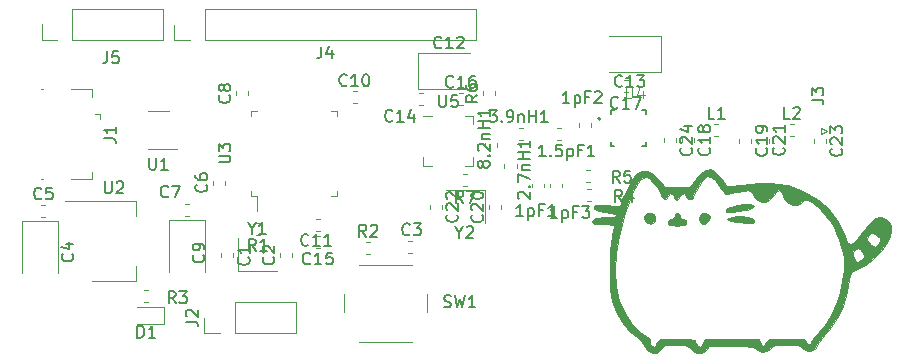
<source format=gbr>
%TF.GenerationSoftware,KiCad,Pcbnew,(5.1.6)-1*%
%TF.CreationDate,2020-07-31T11:50:05+07:00*%
%TF.ProjectId,stm32_nrf24,73746d33-325f-46e7-9266-32342e6b6963,rev?*%
%TF.SameCoordinates,Original*%
%TF.FileFunction,Legend,Top*%
%TF.FilePolarity,Positive*%
%FSLAX46Y46*%
G04 Gerber Fmt 4.6, Leading zero omitted, Abs format (unit mm)*
G04 Created by KiCad (PCBNEW (5.1.6)-1) date 2020-07-31 11:50:05*
%MOMM*%
%LPD*%
G01*
G04 APERTURE LIST*
%ADD10C,0.010000*%
%ADD11C,0.120000*%
%ADD12C,0.127000*%
%ADD13C,0.200000*%
%ADD14C,0.150000*%
%ADD15C,0.015000*%
G04 APERTURE END LIST*
D10*
%TO.C,G\u002A\u002A\u002A*%
G36*
X137713837Y-110678734D02*
G01*
X138158708Y-111145487D01*
X138173983Y-111164669D01*
X138440122Y-111500094D01*
X138644271Y-111756813D01*
X138726422Y-111859575D01*
X138879879Y-111884300D01*
X139219741Y-111864350D01*
X139683272Y-111804472D01*
X139877462Y-111772468D01*
X140630896Y-111678798D01*
X141478730Y-111634079D01*
X142339638Y-111637463D01*
X143132295Y-111688100D01*
X143775376Y-111785141D01*
X143895438Y-111814435D01*
X145160131Y-112274772D01*
X146280307Y-112928124D01*
X147237388Y-113758015D01*
X148012796Y-114747970D01*
X148587954Y-115881513D01*
X148641712Y-116023873D01*
X148807583Y-116414768D01*
X148967654Y-116686877D01*
X149075547Y-116776499D01*
X149318244Y-116690555D01*
X149637249Y-116422651D01*
X149804613Y-116233236D01*
X150568237Y-116233236D01*
X150574644Y-116434908D01*
X150768391Y-116692604D01*
X150809237Y-116736564D01*
X151034937Y-116959404D01*
X151186295Y-117007826D01*
X151360587Y-116894670D01*
X151443849Y-116820316D01*
X151650898Y-116522967D01*
X151605198Y-116240003D01*
X151312160Y-115981280D01*
X151052882Y-115845791D01*
X150897041Y-115851666D01*
X150740660Y-115995648D01*
X150568237Y-116233236D01*
X149804613Y-116233236D01*
X150048090Y-115957681D01*
X150446739Y-115442506D01*
X150890117Y-114905744D01*
X151270313Y-114591669D01*
X151619682Y-114487618D01*
X151970580Y-114580931D01*
X152222612Y-114747534D01*
X152455615Y-114989535D01*
X152552308Y-115293040D01*
X152565099Y-115559528D01*
X152457127Y-116118442D01*
X152160568Y-116737361D01*
X151716462Y-117367715D01*
X151165850Y-117960934D01*
X150549772Y-118468452D01*
X149909266Y-118841698D01*
X149728503Y-118916514D01*
X149353582Y-119067317D01*
X149155118Y-119207080D01*
X149069851Y-119408749D01*
X149036822Y-119714092D01*
X148855456Y-120842714D01*
X148495236Y-121983800D01*
X147987753Y-123063705D01*
X147364600Y-124008782D01*
X147026607Y-124400330D01*
X146700877Y-124764303D01*
X146459229Y-125077153D01*
X146345598Y-125280922D01*
X146342100Y-125303332D01*
X146236063Y-125575386D01*
X145969205Y-125744297D01*
X145618402Y-125796450D01*
X145260532Y-125718230D01*
X145008600Y-125539500D01*
X144855882Y-125411648D01*
X144641404Y-125334715D01*
X144303588Y-125296698D01*
X143780854Y-125285594D01*
X143705444Y-125285500D01*
X143173795Y-125291379D01*
X142832660Y-125319160D01*
X142618637Y-125384058D01*
X142468329Y-125501287D01*
X142382410Y-125603000D01*
X142038208Y-125864167D01*
X141636343Y-125900309D01*
X141244221Y-125707475D01*
X141204516Y-125672058D01*
X141076476Y-125574314D01*
X140905534Y-125505049D01*
X140648093Y-125458846D01*
X140260555Y-125430292D01*
X139699324Y-125413971D01*
X139060232Y-125405739D01*
X138399688Y-125402284D01*
X137837540Y-125404718D01*
X137418696Y-125412423D01*
X137188064Y-125424783D01*
X137157501Y-125431931D01*
X136951407Y-125776647D01*
X136747167Y-125949536D01*
X136459732Y-126017444D01*
X136406052Y-126022548D01*
X136045811Y-126004653D01*
X135787306Y-125834872D01*
X135687052Y-125717620D01*
X135519241Y-125537527D01*
X135318455Y-125426326D01*
X135014126Y-125360795D01*
X134535687Y-125317709D01*
X134455977Y-125312479D01*
X133964356Y-125285638D01*
X133652307Y-125295402D01*
X133446031Y-125360527D01*
X133271725Y-125499770D01*
X133131249Y-125649156D01*
X132752557Y-125959952D01*
X132395362Y-126022746D01*
X132034993Y-125839305D01*
X131921827Y-125735772D01*
X131709771Y-125476768D01*
X131611017Y-125263639D01*
X131610100Y-125249301D01*
X131513925Y-125082686D01*
X131266841Y-124841815D01*
X131049224Y-124671767D01*
X130415584Y-124096515D01*
X129828885Y-123342713D01*
X129335382Y-122485812D01*
X128981330Y-121601263D01*
X128856134Y-121094500D01*
X128798024Y-120581428D01*
X128767021Y-119886209D01*
X128761484Y-119079064D01*
X128762997Y-119008806D01*
X129222619Y-119008806D01*
X129315846Y-120358990D01*
X129588196Y-121573395D01*
X130034863Y-122636365D01*
X130651038Y-123532245D01*
X131356100Y-124189901D01*
X131796318Y-124527779D01*
X132058995Y-124756928D01*
X132176202Y-124912070D01*
X132180009Y-125027929D01*
X132162286Y-125062749D01*
X132172397Y-125234630D01*
X132309214Y-125407344D01*
X132479010Y-125476600D01*
X132521323Y-125462264D01*
X132654911Y-125295747D01*
X132759281Y-125078741D01*
X132816273Y-124949660D01*
X132900872Y-124863825D01*
X133058218Y-124813843D01*
X133333451Y-124792321D01*
X133771710Y-124791866D01*
X134418134Y-124805085D01*
X134428668Y-124805327D01*
X135078086Y-124821920D01*
X135517538Y-124842694D01*
X135791002Y-124877183D01*
X135942454Y-124934917D01*
X136015873Y-125025427D01*
X136055139Y-125157833D01*
X136196726Y-125444608D01*
X136394344Y-125503693D01*
X136590095Y-125334413D01*
X136668809Y-125164984D01*
X136803887Y-124777500D01*
X141395386Y-124777500D01*
X141516100Y-125095000D01*
X141649816Y-125330559D01*
X141770100Y-125412500D01*
X141908979Y-125307315D01*
X142024100Y-125095000D01*
X142082047Y-124963254D01*
X142167212Y-124874166D01*
X142324347Y-124819391D01*
X142598205Y-124790585D01*
X143033539Y-124779403D01*
X143675102Y-124777501D01*
X143726898Y-124777500D01*
X144387389Y-124780288D01*
X144837416Y-124793084D01*
X145120494Y-124822536D01*
X145280136Y-124875290D01*
X145359856Y-124957994D01*
X145389599Y-125031500D01*
X145532351Y-125240973D01*
X145707783Y-125267061D01*
X145824231Y-125112309D01*
X145834100Y-125019150D01*
X145931504Y-124779882D01*
X146196977Y-124447988D01*
X146468523Y-124182400D01*
X146975764Y-123633072D01*
X147426724Y-122930717D01*
X147610260Y-122575499D01*
X148008677Y-121678565D01*
X148283478Y-120836559D01*
X148463258Y-119943378D01*
X148565557Y-119030971D01*
X148603032Y-118422345D01*
X148589286Y-117951901D01*
X148513839Y-117507343D01*
X149341400Y-117507343D01*
X149396820Y-117829353D01*
X149412375Y-117887750D01*
X149558798Y-118205221D01*
X149773336Y-118283174D01*
X150076224Y-118126930D01*
X150137009Y-118078250D01*
X150404057Y-117856000D01*
X150139650Y-117444897D01*
X149940904Y-117182399D01*
X149776909Y-117112307D01*
X149639744Y-117159830D01*
X149412635Y-117315352D01*
X149341400Y-117507343D01*
X148513839Y-117507343D01*
X148513798Y-117507103D01*
X148376610Y-117010075D01*
X148176955Y-116423349D01*
X147935252Y-115811577D01*
X147729633Y-115360746D01*
X147395328Y-114818303D01*
X146946431Y-114250310D01*
X146447089Y-113726597D01*
X145961447Y-113316990D01*
X145703479Y-113155127D01*
X145431574Y-113037121D01*
X145253472Y-113063538D01*
X145074249Y-113218350D01*
X144696871Y-113440788D01*
X144273174Y-113461613D01*
X143870584Y-113306316D01*
X143556528Y-113000393D01*
X143400483Y-112585500D01*
X143283858Y-112304461D01*
X143077591Y-112226099D01*
X142841824Y-112347953D01*
X142659100Y-112615818D01*
X142368572Y-112996980D01*
X141980022Y-113187828D01*
X141559917Y-113188352D01*
X141174726Y-112998538D01*
X140890917Y-112618374D01*
X140889930Y-112616144D01*
X140778200Y-112395441D01*
X140645667Y-112269617D01*
X140437329Y-112229664D01*
X140098183Y-112266575D01*
X139573227Y-112371342D01*
X139496004Y-112387860D01*
X139056854Y-112470034D01*
X138710836Y-112512943D01*
X138543184Y-112508872D01*
X138400856Y-112378039D01*
X138187214Y-112100763D01*
X138042270Y-111883737D01*
X137664099Y-111370543D01*
X137321767Y-111075478D01*
X137030257Y-111010758D01*
X136986940Y-111023501D01*
X136814600Y-111169090D01*
X136568400Y-111467240D01*
X136296165Y-111847553D01*
X136045718Y-112239633D01*
X135864884Y-112573086D01*
X135801100Y-112769031D01*
X135712377Y-112932169D01*
X135514016Y-112964035D01*
X135307726Y-112874241D01*
X135202898Y-112712499D01*
X135073679Y-112492299D01*
X134896282Y-112502373D01*
X134722133Y-112739341D01*
X134719965Y-112744249D01*
X134538850Y-112977494D01*
X134338759Y-113008611D01*
X134194562Y-112837602D01*
X134173017Y-112744249D01*
X134071334Y-112505342D01*
X133903814Y-112488669D01*
X133727617Y-112694230D01*
X133703965Y-112744250D01*
X133519930Y-112986922D01*
X133319908Y-112991896D01*
X133152731Y-112767061D01*
X133114442Y-112649000D01*
X132978123Y-112353067D01*
X132723649Y-111967162D01*
X132458027Y-111635977D01*
X132151908Y-111300430D01*
X131947669Y-111127672D01*
X131785065Y-111084962D01*
X131603851Y-111139560D01*
X131571355Y-111154112D01*
X131295290Y-111391745D01*
X130994218Y-111844090D01*
X130681028Y-112474702D01*
X130368612Y-113247135D01*
X130069859Y-114124943D01*
X129797659Y-115071682D01*
X129564901Y-116050906D01*
X129384477Y-117026171D01*
X129313326Y-117538500D01*
X129222619Y-119008806D01*
X128762997Y-119008806D01*
X128779773Y-118230215D01*
X128820249Y-117409881D01*
X128881270Y-116688284D01*
X128961197Y-116135645D01*
X128973304Y-116078000D01*
X129063614Y-115636183D01*
X129117857Y-115302396D01*
X129125426Y-115143026D01*
X129123293Y-115139328D01*
X128982663Y-115117729D01*
X128656842Y-115107772D01*
X128214458Y-115111442D01*
X128184344Y-115112173D01*
X127716536Y-115117460D01*
X127448100Y-115094549D01*
X127324816Y-115029612D01*
X127292462Y-114908824D01*
X127292100Y-114884653D01*
X127330711Y-114714184D01*
X127475788Y-114603278D01*
X127771193Y-114537707D01*
X128260792Y-114503245D01*
X128491126Y-114495766D01*
X129046013Y-114458091D01*
X129354334Y-114389069D01*
X129419934Y-114299904D01*
X129246658Y-114201804D01*
X128838349Y-114105975D01*
X128333835Y-114037269D01*
X127797985Y-113949483D01*
X127504752Y-113827771D01*
X127454016Y-113763308D01*
X127441826Y-113584817D01*
X127591289Y-113482098D01*
X127929805Y-113448482D01*
X128484771Y-113477301D01*
X128590214Y-113486768D01*
X129052071Y-113522318D01*
X129410147Y-113535827D01*
X129593977Y-113524837D01*
X129600584Y-113521998D01*
X129690794Y-113378477D01*
X129807398Y-113085924D01*
X129836979Y-112996481D01*
X130017233Y-112534484D01*
X130271693Y-112013994D01*
X130560618Y-111503889D01*
X130844268Y-111073042D01*
X131082900Y-110790330D01*
X131133955Y-110748681D01*
X131527933Y-110559212D01*
X131915203Y-110571045D01*
X132331270Y-110794768D01*
X132811640Y-111240967D01*
X132821930Y-111252000D01*
X133471995Y-111950500D01*
X134505541Y-111950500D01*
X135539087Y-111950499D01*
X136053817Y-111253736D01*
X136497893Y-110741709D01*
X136906925Y-110475858D01*
X137304408Y-110455195D01*
X137713837Y-110678734D01*
G37*
X137713837Y-110678734D02*
X138158708Y-111145487D01*
X138173983Y-111164669D01*
X138440122Y-111500094D01*
X138644271Y-111756813D01*
X138726422Y-111859575D01*
X138879879Y-111884300D01*
X139219741Y-111864350D01*
X139683272Y-111804472D01*
X139877462Y-111772468D01*
X140630896Y-111678798D01*
X141478730Y-111634079D01*
X142339638Y-111637463D01*
X143132295Y-111688100D01*
X143775376Y-111785141D01*
X143895438Y-111814435D01*
X145160131Y-112274772D01*
X146280307Y-112928124D01*
X147237388Y-113758015D01*
X148012796Y-114747970D01*
X148587954Y-115881513D01*
X148641712Y-116023873D01*
X148807583Y-116414768D01*
X148967654Y-116686877D01*
X149075547Y-116776499D01*
X149318244Y-116690555D01*
X149637249Y-116422651D01*
X149804613Y-116233236D01*
X150568237Y-116233236D01*
X150574644Y-116434908D01*
X150768391Y-116692604D01*
X150809237Y-116736564D01*
X151034937Y-116959404D01*
X151186295Y-117007826D01*
X151360587Y-116894670D01*
X151443849Y-116820316D01*
X151650898Y-116522967D01*
X151605198Y-116240003D01*
X151312160Y-115981280D01*
X151052882Y-115845791D01*
X150897041Y-115851666D01*
X150740660Y-115995648D01*
X150568237Y-116233236D01*
X149804613Y-116233236D01*
X150048090Y-115957681D01*
X150446739Y-115442506D01*
X150890117Y-114905744D01*
X151270313Y-114591669D01*
X151619682Y-114487618D01*
X151970580Y-114580931D01*
X152222612Y-114747534D01*
X152455615Y-114989535D01*
X152552308Y-115293040D01*
X152565099Y-115559528D01*
X152457127Y-116118442D01*
X152160568Y-116737361D01*
X151716462Y-117367715D01*
X151165850Y-117960934D01*
X150549772Y-118468452D01*
X149909266Y-118841698D01*
X149728503Y-118916514D01*
X149353582Y-119067317D01*
X149155118Y-119207080D01*
X149069851Y-119408749D01*
X149036822Y-119714092D01*
X148855456Y-120842714D01*
X148495236Y-121983800D01*
X147987753Y-123063705D01*
X147364600Y-124008782D01*
X147026607Y-124400330D01*
X146700877Y-124764303D01*
X146459229Y-125077153D01*
X146345598Y-125280922D01*
X146342100Y-125303332D01*
X146236063Y-125575386D01*
X145969205Y-125744297D01*
X145618402Y-125796450D01*
X145260532Y-125718230D01*
X145008600Y-125539500D01*
X144855882Y-125411648D01*
X144641404Y-125334715D01*
X144303588Y-125296698D01*
X143780854Y-125285594D01*
X143705444Y-125285500D01*
X143173795Y-125291379D01*
X142832660Y-125319160D01*
X142618637Y-125384058D01*
X142468329Y-125501287D01*
X142382410Y-125603000D01*
X142038208Y-125864167D01*
X141636343Y-125900309D01*
X141244221Y-125707475D01*
X141204516Y-125672058D01*
X141076476Y-125574314D01*
X140905534Y-125505049D01*
X140648093Y-125458846D01*
X140260555Y-125430292D01*
X139699324Y-125413971D01*
X139060232Y-125405739D01*
X138399688Y-125402284D01*
X137837540Y-125404718D01*
X137418696Y-125412423D01*
X137188064Y-125424783D01*
X137157501Y-125431931D01*
X136951407Y-125776647D01*
X136747167Y-125949536D01*
X136459732Y-126017444D01*
X136406052Y-126022548D01*
X136045811Y-126004653D01*
X135787306Y-125834872D01*
X135687052Y-125717620D01*
X135519241Y-125537527D01*
X135318455Y-125426326D01*
X135014126Y-125360795D01*
X134535687Y-125317709D01*
X134455977Y-125312479D01*
X133964356Y-125285638D01*
X133652307Y-125295402D01*
X133446031Y-125360527D01*
X133271725Y-125499770D01*
X133131249Y-125649156D01*
X132752557Y-125959952D01*
X132395362Y-126022746D01*
X132034993Y-125839305D01*
X131921827Y-125735772D01*
X131709771Y-125476768D01*
X131611017Y-125263639D01*
X131610100Y-125249301D01*
X131513925Y-125082686D01*
X131266841Y-124841815D01*
X131049224Y-124671767D01*
X130415584Y-124096515D01*
X129828885Y-123342713D01*
X129335382Y-122485812D01*
X128981330Y-121601263D01*
X128856134Y-121094500D01*
X128798024Y-120581428D01*
X128767021Y-119886209D01*
X128761484Y-119079064D01*
X128762997Y-119008806D01*
X129222619Y-119008806D01*
X129315846Y-120358990D01*
X129588196Y-121573395D01*
X130034863Y-122636365D01*
X130651038Y-123532245D01*
X131356100Y-124189901D01*
X131796318Y-124527779D01*
X132058995Y-124756928D01*
X132176202Y-124912070D01*
X132180009Y-125027929D01*
X132162286Y-125062749D01*
X132172397Y-125234630D01*
X132309214Y-125407344D01*
X132479010Y-125476600D01*
X132521323Y-125462264D01*
X132654911Y-125295747D01*
X132759281Y-125078741D01*
X132816273Y-124949660D01*
X132900872Y-124863825D01*
X133058218Y-124813843D01*
X133333451Y-124792321D01*
X133771710Y-124791866D01*
X134418134Y-124805085D01*
X134428668Y-124805327D01*
X135078086Y-124821920D01*
X135517538Y-124842694D01*
X135791002Y-124877183D01*
X135942454Y-124934917D01*
X136015873Y-125025427D01*
X136055139Y-125157833D01*
X136196726Y-125444608D01*
X136394344Y-125503693D01*
X136590095Y-125334413D01*
X136668809Y-125164984D01*
X136803887Y-124777500D01*
X141395386Y-124777500D01*
X141516100Y-125095000D01*
X141649816Y-125330559D01*
X141770100Y-125412500D01*
X141908979Y-125307315D01*
X142024100Y-125095000D01*
X142082047Y-124963254D01*
X142167212Y-124874166D01*
X142324347Y-124819391D01*
X142598205Y-124790585D01*
X143033539Y-124779403D01*
X143675102Y-124777501D01*
X143726898Y-124777500D01*
X144387389Y-124780288D01*
X144837416Y-124793084D01*
X145120494Y-124822536D01*
X145280136Y-124875290D01*
X145359856Y-124957994D01*
X145389599Y-125031500D01*
X145532351Y-125240973D01*
X145707783Y-125267061D01*
X145824231Y-125112309D01*
X145834100Y-125019150D01*
X145931504Y-124779882D01*
X146196977Y-124447988D01*
X146468523Y-124182400D01*
X146975764Y-123633072D01*
X147426724Y-122930717D01*
X147610260Y-122575499D01*
X148008677Y-121678565D01*
X148283478Y-120836559D01*
X148463258Y-119943378D01*
X148565557Y-119030971D01*
X148603032Y-118422345D01*
X148589286Y-117951901D01*
X148513839Y-117507343D01*
X149341400Y-117507343D01*
X149396820Y-117829353D01*
X149412375Y-117887750D01*
X149558798Y-118205221D01*
X149773336Y-118283174D01*
X150076224Y-118126930D01*
X150137009Y-118078250D01*
X150404057Y-117856000D01*
X150139650Y-117444897D01*
X149940904Y-117182399D01*
X149776909Y-117112307D01*
X149639744Y-117159830D01*
X149412635Y-117315352D01*
X149341400Y-117507343D01*
X148513839Y-117507343D01*
X148513798Y-117507103D01*
X148376610Y-117010075D01*
X148176955Y-116423349D01*
X147935252Y-115811577D01*
X147729633Y-115360746D01*
X147395328Y-114818303D01*
X146946431Y-114250310D01*
X146447089Y-113726597D01*
X145961447Y-113316990D01*
X145703479Y-113155127D01*
X145431574Y-113037121D01*
X145253472Y-113063538D01*
X145074249Y-113218350D01*
X144696871Y-113440788D01*
X144273174Y-113461613D01*
X143870584Y-113306316D01*
X143556528Y-113000393D01*
X143400483Y-112585500D01*
X143283858Y-112304461D01*
X143077591Y-112226099D01*
X142841824Y-112347953D01*
X142659100Y-112615818D01*
X142368572Y-112996980D01*
X141980022Y-113187828D01*
X141559917Y-113188352D01*
X141174726Y-112998538D01*
X140890917Y-112618374D01*
X140889930Y-112616144D01*
X140778200Y-112395441D01*
X140645667Y-112269617D01*
X140437329Y-112229664D01*
X140098183Y-112266575D01*
X139573227Y-112371342D01*
X139496004Y-112387860D01*
X139056854Y-112470034D01*
X138710836Y-112512943D01*
X138543184Y-112508872D01*
X138400856Y-112378039D01*
X138187214Y-112100763D01*
X138042270Y-111883737D01*
X137664099Y-111370543D01*
X137321767Y-111075478D01*
X137030257Y-111010758D01*
X136986940Y-111023501D01*
X136814600Y-111169090D01*
X136568400Y-111467240D01*
X136296165Y-111847553D01*
X136045718Y-112239633D01*
X135864884Y-112573086D01*
X135801100Y-112769031D01*
X135712377Y-112932169D01*
X135514016Y-112964035D01*
X135307726Y-112874241D01*
X135202898Y-112712499D01*
X135073679Y-112492299D01*
X134896282Y-112502373D01*
X134722133Y-112739341D01*
X134719965Y-112744249D01*
X134538850Y-112977494D01*
X134338759Y-113008611D01*
X134194562Y-112837602D01*
X134173017Y-112744249D01*
X134071334Y-112505342D01*
X133903814Y-112488669D01*
X133727617Y-112694230D01*
X133703965Y-112744250D01*
X133519930Y-112986922D01*
X133319908Y-112991896D01*
X133152731Y-112767061D01*
X133114442Y-112649000D01*
X132978123Y-112353067D01*
X132723649Y-111967162D01*
X132458027Y-111635977D01*
X132151908Y-111300430D01*
X131947669Y-111127672D01*
X131785065Y-111084962D01*
X131603851Y-111139560D01*
X131571355Y-111154112D01*
X131295290Y-111391745D01*
X130994218Y-111844090D01*
X130681028Y-112474702D01*
X130368612Y-113247135D01*
X130069859Y-114124943D01*
X129797659Y-115071682D01*
X129564901Y-116050906D01*
X129384477Y-117026171D01*
X129313326Y-117538500D01*
X129222619Y-119008806D01*
X128762997Y-119008806D01*
X128779773Y-118230215D01*
X128820249Y-117409881D01*
X128881270Y-116688284D01*
X128961197Y-116135645D01*
X128973304Y-116078000D01*
X129063614Y-115636183D01*
X129117857Y-115302396D01*
X129125426Y-115143026D01*
X129123293Y-115139328D01*
X128982663Y-115117729D01*
X128656842Y-115107772D01*
X128214458Y-115111442D01*
X128184344Y-115112173D01*
X127716536Y-115117460D01*
X127448100Y-115094549D01*
X127324816Y-115029612D01*
X127292462Y-114908824D01*
X127292100Y-114884653D01*
X127330711Y-114714184D01*
X127475788Y-114603278D01*
X127771193Y-114537707D01*
X128260792Y-114503245D01*
X128491126Y-114495766D01*
X129046013Y-114458091D01*
X129354334Y-114389069D01*
X129419934Y-114299904D01*
X129246658Y-114201804D01*
X128838349Y-114105975D01*
X128333835Y-114037269D01*
X127797985Y-113949483D01*
X127504752Y-113827771D01*
X127454016Y-113763308D01*
X127441826Y-113584817D01*
X127591289Y-113482098D01*
X127929805Y-113448482D01*
X128484771Y-113477301D01*
X128590214Y-113486768D01*
X129052071Y-113522318D01*
X129410147Y-113535827D01*
X129593977Y-113524837D01*
X129600584Y-113521998D01*
X129690794Y-113378477D01*
X129807398Y-113085924D01*
X129836979Y-112996481D01*
X130017233Y-112534484D01*
X130271693Y-112013994D01*
X130560618Y-111503889D01*
X130844268Y-111073042D01*
X131082900Y-110790330D01*
X131133955Y-110748681D01*
X131527933Y-110559212D01*
X131915203Y-110571045D01*
X132331270Y-110794768D01*
X132811640Y-111240967D01*
X132821930Y-111252000D01*
X133471995Y-111950500D01*
X134505541Y-111950500D01*
X135539087Y-111950499D01*
X136053817Y-111253736D01*
X136497893Y-110741709D01*
X136906925Y-110475858D01*
X137304408Y-110455195D01*
X137713837Y-110678734D01*
G36*
X134618082Y-114217605D02*
G01*
X134681017Y-114395250D01*
X134807259Y-114634250D01*
X134975600Y-114681167D01*
X135187903Y-114771217D01*
X135229600Y-114935167D01*
X135199095Y-115079711D01*
X135068562Y-115159708D01*
X134779470Y-115196736D01*
X134490354Y-115207694D01*
X134024787Y-115198353D01*
X133766199Y-115135015D01*
X133680914Y-115043466D01*
X133682680Y-114805700D01*
X133898027Y-114690073D01*
X134000313Y-114682619D01*
X134188369Y-114570651D01*
X134254182Y-114395250D01*
X134351299Y-114171838D01*
X134467600Y-114109500D01*
X134618082Y-114217605D01*
G37*
X134618082Y-114217605D02*
X134681017Y-114395250D01*
X134807259Y-114634250D01*
X134975600Y-114681167D01*
X135187903Y-114771217D01*
X135229600Y-114935167D01*
X135199095Y-115079711D01*
X135068562Y-115159708D01*
X134779470Y-115196736D01*
X134490354Y-115207694D01*
X134024787Y-115198353D01*
X133766199Y-115135015D01*
X133680914Y-115043466D01*
X133682680Y-114805700D01*
X133898027Y-114690073D01*
X134000313Y-114682619D01*
X134188369Y-114570651D01*
X134254182Y-114395250D01*
X134351299Y-114171838D01*
X134467600Y-114109500D01*
X134618082Y-114217605D01*
G36*
X132500283Y-114269006D02*
G01*
X132621995Y-114536391D01*
X132557531Y-114847950D01*
X132493298Y-114941990D01*
X132244760Y-115111298D01*
X131974759Y-115032823D01*
X131810160Y-114882064D01*
X131671227Y-114587061D01*
X131741529Y-114319164D01*
X131980590Y-114151950D01*
X132221891Y-114133638D01*
X132500283Y-114269006D01*
G37*
X132500283Y-114269006D02*
X132621995Y-114536391D01*
X132557531Y-114847950D01*
X132493298Y-114941990D01*
X132244760Y-115111298D01*
X131974759Y-115032823D01*
X131810160Y-114882064D01*
X131671227Y-114587061D01*
X131741529Y-114319164D01*
X131980590Y-114151950D01*
X132221891Y-114133638D01*
X132500283Y-114269006D01*
G36*
X137047388Y-114187758D02*
G01*
X137222301Y-114399853D01*
X137201386Y-114705392D01*
X137121358Y-114851865D01*
X136861782Y-115090126D01*
X136600669Y-115078528D01*
X136441901Y-114941990D01*
X136312104Y-114634786D01*
X136377853Y-114343842D01*
X136609655Y-114157003D01*
X136713308Y-114133638D01*
X137047388Y-114187758D01*
G37*
X137047388Y-114187758D02*
X137222301Y-114399853D01*
X137201386Y-114705392D01*
X137121358Y-114851865D01*
X136861782Y-115090126D01*
X136600669Y-115078528D01*
X136441901Y-114941990D01*
X136312104Y-114634786D01*
X136377853Y-114343842D01*
X136609655Y-114157003D01*
X136713308Y-114133638D01*
X137047388Y-114187758D01*
G36*
X139988624Y-114422685D02*
G01*
X140423062Y-114481808D01*
X140771192Y-114585480D01*
X140966298Y-114730993D01*
X140984184Y-114777607D01*
X141000496Y-114871448D01*
X140979711Y-114932876D01*
X140881476Y-114965239D01*
X140665434Y-114971882D01*
X140291230Y-114956153D01*
X139718509Y-114921399D01*
X139452350Y-114904648D01*
X138991245Y-114851905D01*
X138759939Y-114762425D01*
X138722100Y-114685825D01*
X138834615Y-114539681D01*
X139127685Y-114448915D01*
X139534593Y-114410819D01*
X139988624Y-114422685D01*
G37*
X139988624Y-114422685D02*
X140423062Y-114481808D01*
X140771192Y-114585480D01*
X140966298Y-114730993D01*
X140984184Y-114777607D01*
X141000496Y-114871448D01*
X140979711Y-114932876D01*
X140881476Y-114965239D01*
X140665434Y-114971882D01*
X140291230Y-114956153D01*
X139718509Y-114921399D01*
X139452350Y-114904648D01*
X138991245Y-114851905D01*
X138759939Y-114762425D01*
X138722100Y-114685825D01*
X138834615Y-114539681D01*
X139127685Y-114448915D01*
X139534593Y-114410819D01*
X139988624Y-114422685D01*
G36*
X140919860Y-113448112D02*
G01*
X140975645Y-113571451D01*
X140807585Y-113715781D01*
X140416545Y-113849737D01*
X140119100Y-113905817D01*
X139635993Y-113978718D01*
X139161047Y-114052430D01*
X139071350Y-114066690D01*
X138750949Y-114096041D01*
X138613960Y-114035941D01*
X138595100Y-113948145D01*
X138717025Y-113762746D01*
X139062880Y-113597915D01*
X139602776Y-113464500D01*
X140133306Y-113389857D01*
X140639369Y-113377126D01*
X140919860Y-113448112D01*
G37*
X140919860Y-113448112D02*
X140975645Y-113571451D01*
X140807585Y-113715781D01*
X140416545Y-113849737D01*
X140119100Y-113905817D01*
X139635993Y-113978718D01*
X139161047Y-114052430D01*
X139071350Y-114066690D01*
X138750949Y-114096041D01*
X138613960Y-114035941D01*
X138595100Y-113948145D01*
X138717025Y-113762746D01*
X139062880Y-113597915D01*
X139602776Y-113464500D01*
X140133306Y-113389857D01*
X140639369Y-113377126D01*
X140919860Y-113448112D01*
D11*
%TO.C,C22*%
X114543300Y-113476821D02*
X114543300Y-113802379D01*
X113523300Y-113476821D02*
X113523300Y-113802379D01*
%TO.C,C20*%
X118514400Y-113815079D02*
X118514400Y-113489521D01*
X119534400Y-113815079D02*
X119534400Y-113489521D01*
%TO.C,C24*%
X134370540Y-107809213D02*
X134370540Y-108151747D01*
X133350540Y-107809213D02*
X133350540Y-108151747D01*
%TO.C,J5*%
X80660000Y-99510000D02*
X80660000Y-98180000D01*
X81990000Y-99510000D02*
X80660000Y-99510000D01*
X83260000Y-99510000D02*
X83260000Y-96850000D01*
X83260000Y-96850000D02*
X90940000Y-96850000D01*
X83260000Y-99510000D02*
X90940000Y-99510000D01*
X90940000Y-99510000D02*
X90940000Y-96850000D01*
%TO.C,J4*%
X91880000Y-99520000D02*
X91880000Y-98190000D01*
X93210000Y-99520000D02*
X91880000Y-99520000D01*
X94480000Y-99520000D02*
X94480000Y-96860000D01*
X94480000Y-96860000D02*
X117400000Y-96860000D01*
X94480000Y-99520000D02*
X117400000Y-99520000D01*
X117400000Y-99520000D02*
X117400000Y-96860000D01*
%TO.C,U5*%
X113705000Y-105910000D02*
X112980000Y-105910000D01*
X117200000Y-110130000D02*
X117200000Y-109405000D01*
X116475000Y-110130000D02*
X117200000Y-110130000D01*
X112980000Y-110130000D02*
X112980000Y-109405000D01*
X113705000Y-110130000D02*
X112980000Y-110130000D01*
X117200000Y-105910000D02*
X117200000Y-106635000D01*
X116475000Y-105910000D02*
X117200000Y-105910000D01*
%TO.C,Y2*%
X118164100Y-112223100D02*
X114864100Y-112223100D01*
X118164100Y-115023100D02*
X118164100Y-112223100D01*
%TO.C,Y1*%
X97270000Y-119090000D02*
X100570000Y-119090000D01*
X97270000Y-116290000D02*
X97270000Y-119090000D01*
D12*
%TO.C,U4*%
X128830000Y-105430000D02*
X128830000Y-105725000D01*
X128830000Y-108430000D02*
X128830000Y-108135000D01*
X131830000Y-105430000D02*
X131830000Y-105725000D01*
X131830000Y-108430000D02*
X131830000Y-108135000D01*
X128830000Y-105430000D02*
X129125000Y-105430000D01*
X128830000Y-108430000D02*
X129125000Y-108430000D01*
X131830000Y-105430000D02*
X131535000Y-105430000D01*
X131830000Y-108430000D02*
X131535000Y-108430000D01*
D13*
X127975000Y-106180000D02*
G75*
G03*
X127975000Y-106180000I-100000J0D01*
G01*
D11*
%TO.C,U3*%
X98880000Y-112710000D02*
X98880000Y-114000000D01*
X98430000Y-112710000D02*
X98880000Y-112710000D01*
X98430000Y-112260000D02*
X98430000Y-112710000D01*
X98430000Y-105490000D02*
X98880000Y-105490000D01*
X98430000Y-105940000D02*
X98430000Y-105490000D01*
X105650000Y-112710000D02*
X105200000Y-112710000D01*
X105650000Y-112260000D02*
X105650000Y-112710000D01*
X105650000Y-105490000D02*
X105200000Y-105490000D01*
X105650000Y-105940000D02*
X105650000Y-105490000D01*
%TO.C,U2*%
X82680000Y-113110000D02*
X88690000Y-113110000D01*
X84930000Y-119930000D02*
X88690000Y-119930000D01*
X88690000Y-113110000D02*
X88690000Y-114370000D01*
X88690000Y-119930000D02*
X88690000Y-118670000D01*
%TO.C,U1*%
X89640000Y-108730000D02*
X92090000Y-108730000D01*
X91440000Y-105510000D02*
X89640000Y-105510000D01*
%TO.C,SW1*%
X106270000Y-121040000D02*
X106270000Y-122540000D01*
X107520000Y-125040000D02*
X112020000Y-125040000D01*
X113270000Y-122540000D02*
X113270000Y-121040000D01*
X112020000Y-118540000D02*
X107520000Y-118540000D01*
%TO.C,R7*%
X116695367Y-110863100D02*
X116352833Y-110863100D01*
X116695367Y-111883100D02*
X116352833Y-111883100D01*
%TO.C,R6*%
X119040000Y-104161267D02*
X119040000Y-103818733D01*
X118020000Y-104161267D02*
X118020000Y-103818733D01*
%TO.C,R5*%
X127121267Y-110540000D02*
X126778733Y-110540000D01*
X127121267Y-111560000D02*
X126778733Y-111560000D01*
%TO.C,R4*%
X127141267Y-112120000D02*
X126798733Y-112120000D01*
X127141267Y-113140000D02*
X126798733Y-113140000D01*
%TO.C,R3*%
X89338733Y-121710000D02*
X89681267Y-121710000D01*
X89338733Y-120690000D02*
X89681267Y-120690000D01*
%TO.C,R2*%
X108128733Y-117630000D02*
X108471267Y-117630000D01*
X108128733Y-116610000D02*
X108471267Y-116610000D01*
%TO.C,R1*%
X99121267Y-114950000D02*
X98778733Y-114950000D01*
X99121267Y-115970000D02*
X98778733Y-115970000D01*
%TO.C,L2*%
X144006753Y-107654820D02*
X144349287Y-107654820D01*
X144006753Y-106634820D02*
X144349287Y-106634820D01*
%TO.C,L1*%
X137623733Y-107649740D02*
X137966267Y-107649740D01*
X137623733Y-106629740D02*
X137966267Y-106629740D01*
%TO.C,J3*%
X147147840Y-107210860D02*
X146647840Y-106960860D01*
X146647840Y-106960860D02*
X146647840Y-107460860D01*
X146647840Y-107460860D02*
X147147840Y-107210860D01*
%TO.C,J2*%
X94420000Y-124330000D02*
X94420000Y-123000000D01*
X95750000Y-124330000D02*
X94420000Y-124330000D01*
X97020000Y-124330000D02*
X97020000Y-121670000D01*
X97020000Y-121670000D02*
X102160000Y-121670000D01*
X97020000Y-124330000D02*
X102160000Y-124330000D01*
X102160000Y-124330000D02*
X102160000Y-121670000D01*
%TO.C,J1*%
X85590000Y-105735000D02*
X85200000Y-105735000D01*
X85590000Y-105735000D02*
X85590000Y-106185000D01*
X84890000Y-111305000D02*
X84890000Y-110655000D01*
X83160000Y-111305000D02*
X84890000Y-111305000D01*
X80590000Y-103685000D02*
X80800000Y-103685000D01*
X80590000Y-111305000D02*
X80800000Y-111305000D01*
X83160000Y-103685000D02*
X84890000Y-103685000D01*
X84890000Y-103685000D02*
X84890000Y-104345000D01*
%TO.C,D1*%
X90992500Y-122075000D02*
X88707500Y-122075000D01*
X90992500Y-123545000D02*
X90992500Y-122075000D01*
X88707500Y-123545000D02*
X90992500Y-123545000D01*
%TO.C,C23*%
X146060700Y-107884173D02*
X146060700Y-108226707D01*
X147080700Y-107884173D02*
X147080700Y-108226707D01*
%TO.C,C21*%
X141242320Y-107849853D02*
X141242320Y-108192387D01*
X142262320Y-107849853D02*
X142262320Y-108192387D01*
%TO.C,C19*%
X139728480Y-107849853D02*
X139728480Y-108192387D01*
X140748480Y-107849853D02*
X140748480Y-108192387D01*
%TO.C,C18*%
X134866920Y-107819373D02*
X134866920Y-108161907D01*
X135886920Y-107819373D02*
X135886920Y-108161907D01*
%TO.C,C17*%
X130281267Y-102910000D02*
X129938733Y-102910000D01*
X130281267Y-103930000D02*
X129938733Y-103930000D01*
%TO.C,C16*%
X115978733Y-105010000D02*
X116321267Y-105010000D01*
X115978733Y-103990000D02*
X116321267Y-103990000D01*
%TO.C,C15*%
X104221267Y-116100000D02*
X103878733Y-116100000D01*
X104221267Y-117120000D02*
X103878733Y-117120000D01*
%TO.C,C14*%
X112951267Y-103970000D02*
X112608733Y-103970000D01*
X112951267Y-104990000D02*
X112608733Y-104990000D01*
%TO.C,C13*%
X133075000Y-99150000D02*
X128690000Y-99150000D01*
X133075000Y-102170000D02*
X133075000Y-99150000D01*
X128690000Y-102170000D02*
X133075000Y-102170000D01*
%TO.C,C12*%
X112525000Y-103620000D02*
X116910000Y-103620000D01*
X112525000Y-100600000D02*
X112525000Y-103620000D01*
X116910000Y-100600000D02*
X112525000Y-100600000D01*
%TO.C,C11*%
X104221267Y-114630000D02*
X103878733Y-114630000D01*
X104221267Y-115650000D02*
X103878733Y-115650000D01*
%TO.C,C10*%
X107028733Y-104830000D02*
X107371267Y-104830000D01*
X107028733Y-103810000D02*
X107371267Y-103810000D01*
%TO.C,C9*%
X91460000Y-114720000D02*
X91460000Y-119105000D01*
X94480000Y-114720000D02*
X91460000Y-114720000D01*
X94480000Y-119105000D02*
X94480000Y-114720000D01*
%TO.C,C8*%
X98130000Y-104191267D02*
X98130000Y-103848733D01*
X97110000Y-104191267D02*
X97110000Y-103848733D01*
%TO.C,C7*%
X92818733Y-114380000D02*
X93161267Y-114380000D01*
X92818733Y-113360000D02*
X93161267Y-113360000D01*
%TO.C,C6*%
X96170000Y-111751267D02*
X96170000Y-111408733D01*
X95150000Y-111751267D02*
X95150000Y-111408733D01*
%TO.C,C5*%
X80638733Y-114480000D02*
X80981267Y-114480000D01*
X80638733Y-113460000D02*
X80981267Y-113460000D01*
%TO.C,C4*%
X79040000Y-114805000D02*
X79040000Y-119190000D01*
X82060000Y-114805000D02*
X79040000Y-114805000D01*
X82060000Y-119190000D02*
X82060000Y-114805000D01*
%TO.C,C3*%
X111678733Y-117560000D02*
X112021267Y-117560000D01*
X111678733Y-116540000D02*
X112021267Y-116540000D01*
%TO.C,C2*%
X101860000Y-117881267D02*
X101860000Y-117538733D01*
X100840000Y-117881267D02*
X100840000Y-117538733D01*
%TO.C,C1*%
X95880000Y-117568733D02*
X95880000Y-117911267D01*
X96900000Y-117568733D02*
X96900000Y-117911267D01*
%TO.C,8.2nH1*%
X118240000Y-108198733D02*
X118240000Y-108541267D01*
X119260000Y-108198733D02*
X119260000Y-108541267D01*
%TO.C,3.9nH1*%
X121088733Y-107960000D02*
X121431267Y-107960000D01*
X121088733Y-106940000D02*
X121431267Y-106940000D01*
%TO.C,2.7nH1*%
X119850000Y-109988733D02*
X119850000Y-110331267D01*
X120870000Y-109988733D02*
X120870000Y-110331267D01*
%TO.C,1pF3*%
X123698540Y-111658181D02*
X123698540Y-111983739D01*
X124718540Y-111658181D02*
X124718540Y-111983739D01*
%TO.C,1pF2*%
X127210000Y-106855279D02*
X127210000Y-106529721D01*
X126190000Y-106855279D02*
X126190000Y-106529721D01*
%TO.C,1pF1*%
X122180000Y-111657221D02*
X122180000Y-111982779D01*
X123200000Y-111657221D02*
X123200000Y-111982779D01*
%TO.C,1.5pF1*%
X124317221Y-107960000D02*
X124642779Y-107960000D01*
X124317221Y-106940000D02*
X124642779Y-106940000D01*
%TO.C,C22*%
D14*
X115820442Y-114282457D02*
X115868061Y-114330076D01*
X115915680Y-114472933D01*
X115915680Y-114568171D01*
X115868061Y-114711028D01*
X115772823Y-114806266D01*
X115677585Y-114853885D01*
X115487109Y-114901504D01*
X115344252Y-114901504D01*
X115153776Y-114853885D01*
X115058538Y-114806266D01*
X114963300Y-114711028D01*
X114915680Y-114568171D01*
X114915680Y-114472933D01*
X114963300Y-114330076D01*
X115010919Y-114282457D01*
X115010919Y-113901504D02*
X114963300Y-113853885D01*
X114915680Y-113758647D01*
X114915680Y-113520552D01*
X114963300Y-113425314D01*
X115010919Y-113377695D01*
X115106157Y-113330076D01*
X115201395Y-113330076D01*
X115344252Y-113377695D01*
X115915680Y-113949123D01*
X115915680Y-113330076D01*
X115010919Y-112949123D02*
X114963300Y-112901504D01*
X114915680Y-112806266D01*
X114915680Y-112568171D01*
X114963300Y-112472933D01*
X115010919Y-112425314D01*
X115106157Y-112377695D01*
X115201395Y-112377695D01*
X115344252Y-112425314D01*
X115915680Y-112996742D01*
X115915680Y-112377695D01*
%TO.C,C20*%
X117951542Y-114295157D02*
X117999161Y-114342776D01*
X118046780Y-114485633D01*
X118046780Y-114580871D01*
X117999161Y-114723728D01*
X117903923Y-114818966D01*
X117808685Y-114866585D01*
X117618209Y-114914204D01*
X117475352Y-114914204D01*
X117284876Y-114866585D01*
X117189638Y-114818966D01*
X117094400Y-114723728D01*
X117046780Y-114580871D01*
X117046780Y-114485633D01*
X117094400Y-114342776D01*
X117142019Y-114295157D01*
X117142019Y-113914204D02*
X117094400Y-113866585D01*
X117046780Y-113771347D01*
X117046780Y-113533252D01*
X117094400Y-113438014D01*
X117142019Y-113390395D01*
X117237257Y-113342776D01*
X117332495Y-113342776D01*
X117475352Y-113390395D01*
X118046780Y-113961823D01*
X118046780Y-113342776D01*
X117046780Y-112723728D02*
X117046780Y-112628490D01*
X117094400Y-112533252D01*
X117142019Y-112485633D01*
X117237257Y-112438014D01*
X117427733Y-112390395D01*
X117665828Y-112390395D01*
X117856304Y-112438014D01*
X117951542Y-112485633D01*
X117999161Y-112533252D01*
X118046780Y-112628490D01*
X118046780Y-112723728D01*
X117999161Y-112818966D01*
X117951542Y-112866585D01*
X117856304Y-112914204D01*
X117665828Y-112961823D01*
X117427733Y-112961823D01*
X117237257Y-112914204D01*
X117142019Y-112866585D01*
X117094400Y-112818966D01*
X117046780Y-112723728D01*
%TO.C,C24*%
X135647682Y-108623337D02*
X135695301Y-108670956D01*
X135742920Y-108813813D01*
X135742920Y-108909051D01*
X135695301Y-109051908D01*
X135600063Y-109147146D01*
X135504825Y-109194765D01*
X135314349Y-109242384D01*
X135171492Y-109242384D01*
X134981016Y-109194765D01*
X134885778Y-109147146D01*
X134790540Y-109051908D01*
X134742920Y-108909051D01*
X134742920Y-108813813D01*
X134790540Y-108670956D01*
X134838159Y-108623337D01*
X134838159Y-108242384D02*
X134790540Y-108194765D01*
X134742920Y-108099527D01*
X134742920Y-107861432D01*
X134790540Y-107766194D01*
X134838159Y-107718575D01*
X134933397Y-107670956D01*
X135028635Y-107670956D01*
X135171492Y-107718575D01*
X135742920Y-108290003D01*
X135742920Y-107670956D01*
X135076254Y-106813813D02*
X135742920Y-106813813D01*
X134695301Y-107051908D02*
X135409587Y-107290003D01*
X135409587Y-106670956D01*
%TO.C,J5*%
X86214626Y-100452940D02*
X86214626Y-101167226D01*
X86167007Y-101310083D01*
X86071769Y-101405321D01*
X85928912Y-101452940D01*
X85833674Y-101452940D01*
X87167007Y-100452940D02*
X86690817Y-100452940D01*
X86643198Y-100929131D01*
X86690817Y-100881512D01*
X86786055Y-100833893D01*
X87024150Y-100833893D01*
X87119388Y-100881512D01*
X87167007Y-100929131D01*
X87214626Y-101024369D01*
X87214626Y-101262464D01*
X87167007Y-101357702D01*
X87119388Y-101405321D01*
X87024150Y-101452940D01*
X86786055Y-101452940D01*
X86690817Y-101405321D01*
X86643198Y-101357702D01*
%TO.C,J4*%
X104329906Y-100049080D02*
X104329906Y-100763366D01*
X104282287Y-100906223D01*
X104187049Y-101001461D01*
X104044192Y-101049080D01*
X103948954Y-101049080D01*
X105234668Y-100382414D02*
X105234668Y-101049080D01*
X104996573Y-100001461D02*
X104758478Y-100715747D01*
X105377525Y-100715747D01*
%TO.C,U5*%
X114328095Y-104172380D02*
X114328095Y-104981904D01*
X114375714Y-105077142D01*
X114423333Y-105124761D01*
X114518571Y-105172380D01*
X114709047Y-105172380D01*
X114804285Y-105124761D01*
X114851904Y-105077142D01*
X114899523Y-104981904D01*
X114899523Y-104172380D01*
X115851904Y-104172380D02*
X115375714Y-104172380D01*
X115328095Y-104648571D01*
X115375714Y-104600952D01*
X115470952Y-104553333D01*
X115709047Y-104553333D01*
X115804285Y-104600952D01*
X115851904Y-104648571D01*
X115899523Y-104743809D01*
X115899523Y-104981904D01*
X115851904Y-105077142D01*
X115804285Y-105124761D01*
X115709047Y-105172380D01*
X115470952Y-105172380D01*
X115375714Y-105124761D01*
X115328095Y-105077142D01*
%TO.C,Y2*%
X116037909Y-115799290D02*
X116037909Y-116275480D01*
X115704576Y-115275480D02*
X116037909Y-115799290D01*
X116371242Y-115275480D01*
X116656957Y-115370719D02*
X116704576Y-115323100D01*
X116799814Y-115275480D01*
X117037909Y-115275480D01*
X117133147Y-115323100D01*
X117180766Y-115370719D01*
X117228385Y-115465957D01*
X117228385Y-115561195D01*
X117180766Y-115704052D01*
X116609338Y-116275480D01*
X117228385Y-116275480D01*
%TO.C,Y1*%
X98443809Y-115466190D02*
X98443809Y-115942380D01*
X98110476Y-114942380D02*
X98443809Y-115466190D01*
X98777142Y-114942380D01*
X99634285Y-115942380D02*
X99062857Y-115942380D01*
X99348571Y-115942380D02*
X99348571Y-114942380D01*
X99253333Y-115085238D01*
X99158095Y-115180476D01*
X99062857Y-115228095D01*
%TO.C,U4*%
D15*
X130108095Y-103447380D02*
X130108095Y-104256904D01*
X130155714Y-104352142D01*
X130203333Y-104399761D01*
X130298571Y-104447380D01*
X130489047Y-104447380D01*
X130584285Y-104399761D01*
X130631904Y-104352142D01*
X130679523Y-104256904D01*
X130679523Y-103447380D01*
X131584285Y-103780714D02*
X131584285Y-104447380D01*
X131346190Y-103399761D02*
X131108095Y-104114047D01*
X131727142Y-104114047D01*
%TO.C,U3*%
D14*
X95642380Y-109861904D02*
X96451904Y-109861904D01*
X96547142Y-109814285D01*
X96594761Y-109766666D01*
X96642380Y-109671428D01*
X96642380Y-109480952D01*
X96594761Y-109385714D01*
X96547142Y-109338095D01*
X96451904Y-109290476D01*
X95642380Y-109290476D01*
X95642380Y-108909523D02*
X95642380Y-108290476D01*
X96023333Y-108623809D01*
X96023333Y-108480952D01*
X96070952Y-108385714D01*
X96118571Y-108338095D01*
X96213809Y-108290476D01*
X96451904Y-108290476D01*
X96547142Y-108338095D01*
X96594761Y-108385714D01*
X96642380Y-108480952D01*
X96642380Y-108766666D01*
X96594761Y-108861904D01*
X96547142Y-108909523D01*
%TO.C,U2*%
X86018095Y-111472380D02*
X86018095Y-112281904D01*
X86065714Y-112377142D01*
X86113333Y-112424761D01*
X86208571Y-112472380D01*
X86399047Y-112472380D01*
X86494285Y-112424761D01*
X86541904Y-112377142D01*
X86589523Y-112281904D01*
X86589523Y-111472380D01*
X87018095Y-111567619D02*
X87065714Y-111520000D01*
X87160952Y-111472380D01*
X87399047Y-111472380D01*
X87494285Y-111520000D01*
X87541904Y-111567619D01*
X87589523Y-111662857D01*
X87589523Y-111758095D01*
X87541904Y-111900952D01*
X86970476Y-112472380D01*
X87589523Y-112472380D01*
%TO.C,U1*%
X89778095Y-109472380D02*
X89778095Y-110281904D01*
X89825714Y-110377142D01*
X89873333Y-110424761D01*
X89968571Y-110472380D01*
X90159047Y-110472380D01*
X90254285Y-110424761D01*
X90301904Y-110377142D01*
X90349523Y-110281904D01*
X90349523Y-109472380D01*
X91349523Y-110472380D02*
X90778095Y-110472380D01*
X91063809Y-110472380D02*
X91063809Y-109472380D01*
X90968571Y-109615238D01*
X90873333Y-109710476D01*
X90778095Y-109758095D01*
%TO.C,SW1*%
X114729426Y-122078381D02*
X114872283Y-122126000D01*
X115110379Y-122126000D01*
X115205617Y-122078381D01*
X115253236Y-122030762D01*
X115300855Y-121935524D01*
X115300855Y-121840286D01*
X115253236Y-121745048D01*
X115205617Y-121697429D01*
X115110379Y-121649810D01*
X114919902Y-121602191D01*
X114824664Y-121554572D01*
X114777045Y-121506953D01*
X114729426Y-121411715D01*
X114729426Y-121316477D01*
X114777045Y-121221239D01*
X114824664Y-121173620D01*
X114919902Y-121126000D01*
X115157998Y-121126000D01*
X115300855Y-121173620D01*
X115634188Y-121126000D02*
X115872283Y-122126000D01*
X116062760Y-121411715D01*
X116253236Y-122126000D01*
X116491331Y-121126000D01*
X117396093Y-122126000D02*
X116824664Y-122126000D01*
X117110379Y-122126000D02*
X117110379Y-121126000D01*
X117015140Y-121268858D01*
X116919902Y-121364096D01*
X116824664Y-121411715D01*
%TO.C,R7*%
X116357433Y-113255480D02*
X116024100Y-112779290D01*
X115786004Y-113255480D02*
X115786004Y-112255480D01*
X116166957Y-112255480D01*
X116262195Y-112303100D01*
X116309814Y-112350719D01*
X116357433Y-112445957D01*
X116357433Y-112588814D01*
X116309814Y-112684052D01*
X116262195Y-112731671D01*
X116166957Y-112779290D01*
X115786004Y-112779290D01*
X116690766Y-112255480D02*
X117357433Y-112255480D01*
X116928861Y-113255480D01*
%TO.C,R6*%
X117552380Y-104156666D02*
X117076190Y-104490000D01*
X117552380Y-104728095D02*
X116552380Y-104728095D01*
X116552380Y-104347142D01*
X116600000Y-104251904D01*
X116647619Y-104204285D01*
X116742857Y-104156666D01*
X116885714Y-104156666D01*
X116980952Y-104204285D01*
X117028571Y-104251904D01*
X117076190Y-104347142D01*
X117076190Y-104728095D01*
X116552380Y-103299523D02*
X116552380Y-103490000D01*
X116600000Y-103585238D01*
X116647619Y-103632857D01*
X116790476Y-103728095D01*
X116980952Y-103775714D01*
X117361904Y-103775714D01*
X117457142Y-103728095D01*
X117504761Y-103680476D01*
X117552380Y-103585238D01*
X117552380Y-103394761D01*
X117504761Y-103299523D01*
X117457142Y-103251904D01*
X117361904Y-103204285D01*
X117123809Y-103204285D01*
X117028571Y-103251904D01*
X116980952Y-103299523D01*
X116933333Y-103394761D01*
X116933333Y-103585238D01*
X116980952Y-103680476D01*
X117028571Y-103728095D01*
X117123809Y-103775714D01*
%TO.C,R5*%
X129607013Y-111567220D02*
X129273680Y-111091030D01*
X129035584Y-111567220D02*
X129035584Y-110567220D01*
X129416537Y-110567220D01*
X129511775Y-110614840D01*
X129559394Y-110662459D01*
X129607013Y-110757697D01*
X129607013Y-110900554D01*
X129559394Y-110995792D01*
X129511775Y-111043411D01*
X129416537Y-111091030D01*
X129035584Y-111091030D01*
X130511775Y-110567220D02*
X130035584Y-110567220D01*
X129987965Y-111043411D01*
X130035584Y-110995792D01*
X130130822Y-110948173D01*
X130368918Y-110948173D01*
X130464156Y-110995792D01*
X130511775Y-111043411D01*
X130559394Y-111138649D01*
X130559394Y-111376744D01*
X130511775Y-111471982D01*
X130464156Y-111519601D01*
X130368918Y-111567220D01*
X130130822Y-111567220D01*
X130035584Y-111519601D01*
X129987965Y-111471982D01*
%TO.C,R4*%
X129784813Y-113192820D02*
X129451480Y-112716630D01*
X129213384Y-113192820D02*
X129213384Y-112192820D01*
X129594337Y-112192820D01*
X129689575Y-112240440D01*
X129737194Y-112288059D01*
X129784813Y-112383297D01*
X129784813Y-112526154D01*
X129737194Y-112621392D01*
X129689575Y-112669011D01*
X129594337Y-112716630D01*
X129213384Y-112716630D01*
X130641956Y-112526154D02*
X130641956Y-113192820D01*
X130403860Y-112145201D02*
X130165765Y-112859487D01*
X130784813Y-112859487D01*
%TO.C,R3*%
X91999773Y-121778020D02*
X91666440Y-121301830D01*
X91428344Y-121778020D02*
X91428344Y-120778020D01*
X91809297Y-120778020D01*
X91904535Y-120825640D01*
X91952154Y-120873259D01*
X91999773Y-120968497D01*
X91999773Y-121111354D01*
X91952154Y-121206592D01*
X91904535Y-121254211D01*
X91809297Y-121301830D01*
X91428344Y-121301830D01*
X92333106Y-120778020D02*
X92952154Y-120778020D01*
X92618820Y-121158973D01*
X92761678Y-121158973D01*
X92856916Y-121206592D01*
X92904535Y-121254211D01*
X92952154Y-121349449D01*
X92952154Y-121587544D01*
X92904535Y-121682782D01*
X92856916Y-121730401D01*
X92761678Y-121778020D01*
X92475963Y-121778020D01*
X92380725Y-121730401D01*
X92333106Y-121682782D01*
%TO.C,R2*%
X108133333Y-116142380D02*
X107800000Y-115666190D01*
X107561904Y-116142380D02*
X107561904Y-115142380D01*
X107942857Y-115142380D01*
X108038095Y-115190000D01*
X108085714Y-115237619D01*
X108133333Y-115332857D01*
X108133333Y-115475714D01*
X108085714Y-115570952D01*
X108038095Y-115618571D01*
X107942857Y-115666190D01*
X107561904Y-115666190D01*
X108514285Y-115237619D02*
X108561904Y-115190000D01*
X108657142Y-115142380D01*
X108895238Y-115142380D01*
X108990476Y-115190000D01*
X109038095Y-115237619D01*
X109085714Y-115332857D01*
X109085714Y-115428095D01*
X109038095Y-115570952D01*
X108466666Y-116142380D01*
X109085714Y-116142380D01*
%TO.C,R1*%
X98783333Y-117342380D02*
X98450000Y-116866190D01*
X98211904Y-117342380D02*
X98211904Y-116342380D01*
X98592857Y-116342380D01*
X98688095Y-116390000D01*
X98735714Y-116437619D01*
X98783333Y-116532857D01*
X98783333Y-116675714D01*
X98735714Y-116770952D01*
X98688095Y-116818571D01*
X98592857Y-116866190D01*
X98211904Y-116866190D01*
X99735714Y-117342380D02*
X99164285Y-117342380D01*
X99450000Y-117342380D02*
X99450000Y-116342380D01*
X99354761Y-116485238D01*
X99259523Y-116580476D01*
X99164285Y-116628095D01*
%TO.C,L2*%
X144011353Y-106167200D02*
X143535162Y-106167200D01*
X143535162Y-105167200D01*
X144297067Y-105262439D02*
X144344686Y-105214820D01*
X144439924Y-105167200D01*
X144678020Y-105167200D01*
X144773258Y-105214820D01*
X144820877Y-105262439D01*
X144868496Y-105357677D01*
X144868496Y-105452915D01*
X144820877Y-105595772D01*
X144249448Y-106167200D01*
X144868496Y-106167200D01*
%TO.C,L1*%
X137628333Y-106162120D02*
X137152142Y-106162120D01*
X137152142Y-105162120D01*
X138485476Y-106162120D02*
X137914047Y-106162120D01*
X138199761Y-106162120D02*
X138199761Y-105162120D01*
X138104523Y-105304978D01*
X138009285Y-105400216D01*
X137914047Y-105447835D01*
%TO.C,J3*%
X145850220Y-104544193D02*
X146564506Y-104544193D01*
X146707363Y-104591812D01*
X146802601Y-104687050D01*
X146850220Y-104829907D01*
X146850220Y-104925145D01*
X145850220Y-104163240D02*
X145850220Y-103544193D01*
X146231173Y-103877526D01*
X146231173Y-103734669D01*
X146278792Y-103639431D01*
X146326411Y-103591812D01*
X146421649Y-103544193D01*
X146659744Y-103544193D01*
X146754982Y-103591812D01*
X146802601Y-103639431D01*
X146850220Y-103734669D01*
X146850220Y-104020383D01*
X146802601Y-104115621D01*
X146754982Y-104163240D01*
%TO.C,J2*%
X92872380Y-123333333D02*
X93586666Y-123333333D01*
X93729523Y-123380952D01*
X93824761Y-123476190D01*
X93872380Y-123619047D01*
X93872380Y-123714285D01*
X92967619Y-122904761D02*
X92920000Y-122857142D01*
X92872380Y-122761904D01*
X92872380Y-122523809D01*
X92920000Y-122428571D01*
X92967619Y-122380952D01*
X93062857Y-122333333D01*
X93158095Y-122333333D01*
X93300952Y-122380952D01*
X93872380Y-122952380D01*
X93872380Y-122333333D01*
%TO.C,J1*%
X85932380Y-107828333D02*
X86646666Y-107828333D01*
X86789523Y-107875952D01*
X86884761Y-107971190D01*
X86932380Y-108114047D01*
X86932380Y-108209285D01*
X86932380Y-106828333D02*
X86932380Y-107399761D01*
X86932380Y-107114047D02*
X85932380Y-107114047D01*
X86075238Y-107209285D01*
X86170476Y-107304523D01*
X86218095Y-107399761D01*
%TO.C,D1*%
X88769404Y-124692380D02*
X88769404Y-123692380D01*
X89007500Y-123692380D01*
X89150357Y-123740000D01*
X89245595Y-123835238D01*
X89293214Y-123930476D01*
X89340833Y-124120952D01*
X89340833Y-124263809D01*
X89293214Y-124454285D01*
X89245595Y-124549523D01*
X89150357Y-124644761D01*
X89007500Y-124692380D01*
X88769404Y-124692380D01*
X90293214Y-124692380D02*
X89721785Y-124692380D01*
X90007500Y-124692380D02*
X90007500Y-123692380D01*
X89912261Y-123835238D01*
X89817023Y-123930476D01*
X89721785Y-123978095D01*
%TO.C,C23*%
X148357842Y-108698297D02*
X148405461Y-108745916D01*
X148453080Y-108888773D01*
X148453080Y-108984011D01*
X148405461Y-109126868D01*
X148310223Y-109222106D01*
X148214985Y-109269725D01*
X148024509Y-109317344D01*
X147881652Y-109317344D01*
X147691176Y-109269725D01*
X147595938Y-109222106D01*
X147500700Y-109126868D01*
X147453080Y-108984011D01*
X147453080Y-108888773D01*
X147500700Y-108745916D01*
X147548319Y-108698297D01*
X147548319Y-108317344D02*
X147500700Y-108269725D01*
X147453080Y-108174487D01*
X147453080Y-107936392D01*
X147500700Y-107841154D01*
X147548319Y-107793535D01*
X147643557Y-107745916D01*
X147738795Y-107745916D01*
X147881652Y-107793535D01*
X148453080Y-108364963D01*
X148453080Y-107745916D01*
X147453080Y-107412582D02*
X147453080Y-106793535D01*
X147834033Y-107126868D01*
X147834033Y-106984011D01*
X147881652Y-106888773D01*
X147929271Y-106841154D01*
X148024509Y-106793535D01*
X148262604Y-106793535D01*
X148357842Y-106841154D01*
X148405461Y-106888773D01*
X148453080Y-106984011D01*
X148453080Y-107269725D01*
X148405461Y-107364963D01*
X148357842Y-107412582D01*
%TO.C,C21*%
X143469462Y-108603977D02*
X143517081Y-108651596D01*
X143564700Y-108794453D01*
X143564700Y-108889691D01*
X143517081Y-109032548D01*
X143421843Y-109127786D01*
X143326605Y-109175405D01*
X143136129Y-109223024D01*
X142993272Y-109223024D01*
X142802796Y-109175405D01*
X142707558Y-109127786D01*
X142612320Y-109032548D01*
X142564700Y-108889691D01*
X142564700Y-108794453D01*
X142612320Y-108651596D01*
X142659939Y-108603977D01*
X142659939Y-108223024D02*
X142612320Y-108175405D01*
X142564700Y-108080167D01*
X142564700Y-107842072D01*
X142612320Y-107746834D01*
X142659939Y-107699215D01*
X142755177Y-107651596D01*
X142850415Y-107651596D01*
X142993272Y-107699215D01*
X143564700Y-108270643D01*
X143564700Y-107651596D01*
X143564700Y-106699215D02*
X143564700Y-107270643D01*
X143564700Y-106984929D02*
X142564700Y-106984929D01*
X142707558Y-107080167D01*
X142802796Y-107175405D01*
X142850415Y-107270643D01*
%TO.C,C19*%
X142025622Y-108663977D02*
X142073241Y-108711596D01*
X142120860Y-108854453D01*
X142120860Y-108949691D01*
X142073241Y-109092548D01*
X141978003Y-109187786D01*
X141882765Y-109235405D01*
X141692289Y-109283024D01*
X141549432Y-109283024D01*
X141358956Y-109235405D01*
X141263718Y-109187786D01*
X141168480Y-109092548D01*
X141120860Y-108949691D01*
X141120860Y-108854453D01*
X141168480Y-108711596D01*
X141216099Y-108663977D01*
X142120860Y-107711596D02*
X142120860Y-108283024D01*
X142120860Y-107997310D02*
X141120860Y-107997310D01*
X141263718Y-108092548D01*
X141358956Y-108187786D01*
X141406575Y-108283024D01*
X142120860Y-107235405D02*
X142120860Y-107044929D01*
X142073241Y-106949691D01*
X142025622Y-106902072D01*
X141882765Y-106806834D01*
X141692289Y-106759215D01*
X141311337Y-106759215D01*
X141216099Y-106806834D01*
X141168480Y-106854453D01*
X141120860Y-106949691D01*
X141120860Y-107140167D01*
X141168480Y-107235405D01*
X141216099Y-107283024D01*
X141311337Y-107330643D01*
X141549432Y-107330643D01*
X141644670Y-107283024D01*
X141692289Y-107235405D01*
X141739908Y-107140167D01*
X141739908Y-106949691D01*
X141692289Y-106854453D01*
X141644670Y-106806834D01*
X141549432Y-106759215D01*
%TO.C,C18*%
X137164062Y-108633497D02*
X137211681Y-108681116D01*
X137259300Y-108823973D01*
X137259300Y-108919211D01*
X137211681Y-109062068D01*
X137116443Y-109157306D01*
X137021205Y-109204925D01*
X136830729Y-109252544D01*
X136687872Y-109252544D01*
X136497396Y-109204925D01*
X136402158Y-109157306D01*
X136306920Y-109062068D01*
X136259300Y-108919211D01*
X136259300Y-108823973D01*
X136306920Y-108681116D01*
X136354539Y-108633497D01*
X137259300Y-107681116D02*
X137259300Y-108252544D01*
X137259300Y-107966830D02*
X136259300Y-107966830D01*
X136402158Y-108062068D01*
X136497396Y-108157306D01*
X136545015Y-108252544D01*
X136687872Y-107109687D02*
X136640253Y-107204925D01*
X136592634Y-107252544D01*
X136497396Y-107300163D01*
X136449777Y-107300163D01*
X136354539Y-107252544D01*
X136306920Y-107204925D01*
X136259300Y-107109687D01*
X136259300Y-106919211D01*
X136306920Y-106823973D01*
X136354539Y-106776354D01*
X136449777Y-106728735D01*
X136497396Y-106728735D01*
X136592634Y-106776354D01*
X136640253Y-106823973D01*
X136687872Y-106919211D01*
X136687872Y-107109687D01*
X136735491Y-107204925D01*
X136783110Y-107252544D01*
X136878348Y-107300163D01*
X137068824Y-107300163D01*
X137164062Y-107252544D01*
X137211681Y-107204925D01*
X137259300Y-107109687D01*
X137259300Y-106919211D01*
X137211681Y-106823973D01*
X137164062Y-106776354D01*
X137068824Y-106728735D01*
X136878348Y-106728735D01*
X136783110Y-106776354D01*
X136735491Y-106823973D01*
X136687872Y-106919211D01*
%TO.C,C17*%
X129467142Y-105207142D02*
X129419523Y-105254761D01*
X129276666Y-105302380D01*
X129181428Y-105302380D01*
X129038571Y-105254761D01*
X128943333Y-105159523D01*
X128895714Y-105064285D01*
X128848095Y-104873809D01*
X128848095Y-104730952D01*
X128895714Y-104540476D01*
X128943333Y-104445238D01*
X129038571Y-104350000D01*
X129181428Y-104302380D01*
X129276666Y-104302380D01*
X129419523Y-104350000D01*
X129467142Y-104397619D01*
X130419523Y-105302380D02*
X129848095Y-105302380D01*
X130133809Y-105302380D02*
X130133809Y-104302380D01*
X130038571Y-104445238D01*
X129943333Y-104540476D01*
X129848095Y-104588095D01*
X130752857Y-104302380D02*
X131419523Y-104302380D01*
X130990952Y-105302380D01*
%TO.C,C16*%
X115507142Y-103427142D02*
X115459523Y-103474761D01*
X115316666Y-103522380D01*
X115221428Y-103522380D01*
X115078571Y-103474761D01*
X114983333Y-103379523D01*
X114935714Y-103284285D01*
X114888095Y-103093809D01*
X114888095Y-102950952D01*
X114935714Y-102760476D01*
X114983333Y-102665238D01*
X115078571Y-102570000D01*
X115221428Y-102522380D01*
X115316666Y-102522380D01*
X115459523Y-102570000D01*
X115507142Y-102617619D01*
X116459523Y-103522380D02*
X115888095Y-103522380D01*
X116173809Y-103522380D02*
X116173809Y-102522380D01*
X116078571Y-102665238D01*
X115983333Y-102760476D01*
X115888095Y-102808095D01*
X117316666Y-102522380D02*
X117126190Y-102522380D01*
X117030952Y-102570000D01*
X116983333Y-102617619D01*
X116888095Y-102760476D01*
X116840476Y-102950952D01*
X116840476Y-103331904D01*
X116888095Y-103427142D01*
X116935714Y-103474761D01*
X117030952Y-103522380D01*
X117221428Y-103522380D01*
X117316666Y-103474761D01*
X117364285Y-103427142D01*
X117411904Y-103331904D01*
X117411904Y-103093809D01*
X117364285Y-102998571D01*
X117316666Y-102950952D01*
X117221428Y-102903333D01*
X117030952Y-102903333D01*
X116935714Y-102950952D01*
X116888095Y-102998571D01*
X116840476Y-103093809D01*
%TO.C,C15*%
X103407142Y-118397142D02*
X103359523Y-118444761D01*
X103216666Y-118492380D01*
X103121428Y-118492380D01*
X102978571Y-118444761D01*
X102883333Y-118349523D01*
X102835714Y-118254285D01*
X102788095Y-118063809D01*
X102788095Y-117920952D01*
X102835714Y-117730476D01*
X102883333Y-117635238D01*
X102978571Y-117540000D01*
X103121428Y-117492380D01*
X103216666Y-117492380D01*
X103359523Y-117540000D01*
X103407142Y-117587619D01*
X104359523Y-118492380D02*
X103788095Y-118492380D01*
X104073809Y-118492380D02*
X104073809Y-117492380D01*
X103978571Y-117635238D01*
X103883333Y-117730476D01*
X103788095Y-117778095D01*
X105264285Y-117492380D02*
X104788095Y-117492380D01*
X104740476Y-117968571D01*
X104788095Y-117920952D01*
X104883333Y-117873333D01*
X105121428Y-117873333D01*
X105216666Y-117920952D01*
X105264285Y-117968571D01*
X105311904Y-118063809D01*
X105311904Y-118301904D01*
X105264285Y-118397142D01*
X105216666Y-118444761D01*
X105121428Y-118492380D01*
X104883333Y-118492380D01*
X104788095Y-118444761D01*
X104740476Y-118397142D01*
%TO.C,C14*%
X110360222Y-106310702D02*
X110312603Y-106358321D01*
X110169746Y-106405940D01*
X110074508Y-106405940D01*
X109931651Y-106358321D01*
X109836413Y-106263083D01*
X109788794Y-106167845D01*
X109741175Y-105977369D01*
X109741175Y-105834512D01*
X109788794Y-105644036D01*
X109836413Y-105548798D01*
X109931651Y-105453560D01*
X110074508Y-105405940D01*
X110169746Y-105405940D01*
X110312603Y-105453560D01*
X110360222Y-105501179D01*
X111312603Y-106405940D02*
X110741175Y-106405940D01*
X111026889Y-106405940D02*
X111026889Y-105405940D01*
X110931651Y-105548798D01*
X110836413Y-105644036D01*
X110741175Y-105691655D01*
X112169746Y-105739274D02*
X112169746Y-106405940D01*
X111931651Y-105358321D02*
X111693556Y-106072607D01*
X112312603Y-106072607D01*
%TO.C,C13*%
X129797142Y-103367142D02*
X129749523Y-103414761D01*
X129606666Y-103462380D01*
X129511428Y-103462380D01*
X129368571Y-103414761D01*
X129273333Y-103319523D01*
X129225714Y-103224285D01*
X129178095Y-103033809D01*
X129178095Y-102890952D01*
X129225714Y-102700476D01*
X129273333Y-102605238D01*
X129368571Y-102510000D01*
X129511428Y-102462380D01*
X129606666Y-102462380D01*
X129749523Y-102510000D01*
X129797142Y-102557619D01*
X130749523Y-103462380D02*
X130178095Y-103462380D01*
X130463809Y-103462380D02*
X130463809Y-102462380D01*
X130368571Y-102605238D01*
X130273333Y-102700476D01*
X130178095Y-102748095D01*
X131082857Y-102462380D02*
X131701904Y-102462380D01*
X131368571Y-102843333D01*
X131511428Y-102843333D01*
X131606666Y-102890952D01*
X131654285Y-102938571D01*
X131701904Y-103033809D01*
X131701904Y-103271904D01*
X131654285Y-103367142D01*
X131606666Y-103414761D01*
X131511428Y-103462380D01*
X131225714Y-103462380D01*
X131130476Y-103414761D01*
X131082857Y-103367142D01*
%TO.C,C12*%
X114517142Y-100117142D02*
X114469523Y-100164761D01*
X114326666Y-100212380D01*
X114231428Y-100212380D01*
X114088571Y-100164761D01*
X113993333Y-100069523D01*
X113945714Y-99974285D01*
X113898095Y-99783809D01*
X113898095Y-99640952D01*
X113945714Y-99450476D01*
X113993333Y-99355238D01*
X114088571Y-99260000D01*
X114231428Y-99212380D01*
X114326666Y-99212380D01*
X114469523Y-99260000D01*
X114517142Y-99307619D01*
X115469523Y-100212380D02*
X114898095Y-100212380D01*
X115183809Y-100212380D02*
X115183809Y-99212380D01*
X115088571Y-99355238D01*
X114993333Y-99450476D01*
X114898095Y-99498095D01*
X115850476Y-99307619D02*
X115898095Y-99260000D01*
X115993333Y-99212380D01*
X116231428Y-99212380D01*
X116326666Y-99260000D01*
X116374285Y-99307619D01*
X116421904Y-99402857D01*
X116421904Y-99498095D01*
X116374285Y-99640952D01*
X115802857Y-100212380D01*
X116421904Y-100212380D01*
%TO.C,C11*%
X103252142Y-116837142D02*
X103204523Y-116884761D01*
X103061666Y-116932380D01*
X102966428Y-116932380D01*
X102823571Y-116884761D01*
X102728333Y-116789523D01*
X102680714Y-116694285D01*
X102633095Y-116503809D01*
X102633095Y-116360952D01*
X102680714Y-116170476D01*
X102728333Y-116075238D01*
X102823571Y-115980000D01*
X102966428Y-115932380D01*
X103061666Y-115932380D01*
X103204523Y-115980000D01*
X103252142Y-116027619D01*
X104204523Y-116932380D02*
X103633095Y-116932380D01*
X103918809Y-116932380D02*
X103918809Y-115932380D01*
X103823571Y-116075238D01*
X103728333Y-116170476D01*
X103633095Y-116218095D01*
X105156904Y-116932380D02*
X104585476Y-116932380D01*
X104871190Y-116932380D02*
X104871190Y-115932380D01*
X104775952Y-116075238D01*
X104680714Y-116170476D01*
X104585476Y-116218095D01*
%TO.C,C10*%
X106497142Y-103307142D02*
X106449523Y-103354761D01*
X106306666Y-103402380D01*
X106211428Y-103402380D01*
X106068571Y-103354761D01*
X105973333Y-103259523D01*
X105925714Y-103164285D01*
X105878095Y-102973809D01*
X105878095Y-102830952D01*
X105925714Y-102640476D01*
X105973333Y-102545238D01*
X106068571Y-102450000D01*
X106211428Y-102402380D01*
X106306666Y-102402380D01*
X106449523Y-102450000D01*
X106497142Y-102497619D01*
X107449523Y-103402380D02*
X106878095Y-103402380D01*
X107163809Y-103402380D02*
X107163809Y-102402380D01*
X107068571Y-102545238D01*
X106973333Y-102640476D01*
X106878095Y-102688095D01*
X108068571Y-102402380D02*
X108163809Y-102402380D01*
X108259047Y-102450000D01*
X108306666Y-102497619D01*
X108354285Y-102592857D01*
X108401904Y-102783333D01*
X108401904Y-103021428D01*
X108354285Y-103211904D01*
X108306666Y-103307142D01*
X108259047Y-103354761D01*
X108163809Y-103402380D01*
X108068571Y-103402380D01*
X107973333Y-103354761D01*
X107925714Y-103307142D01*
X107878095Y-103211904D01*
X107830476Y-103021428D01*
X107830476Y-102783333D01*
X107878095Y-102592857D01*
X107925714Y-102497619D01*
X107973333Y-102450000D01*
X108068571Y-102402380D01*
%TO.C,C9*%
X94347142Y-117696666D02*
X94394761Y-117744285D01*
X94442380Y-117887142D01*
X94442380Y-117982380D01*
X94394761Y-118125238D01*
X94299523Y-118220476D01*
X94204285Y-118268095D01*
X94013809Y-118315714D01*
X93870952Y-118315714D01*
X93680476Y-118268095D01*
X93585238Y-118220476D01*
X93490000Y-118125238D01*
X93442380Y-117982380D01*
X93442380Y-117887142D01*
X93490000Y-117744285D01*
X93537619Y-117696666D01*
X94442380Y-117220476D02*
X94442380Y-117030000D01*
X94394761Y-116934761D01*
X94347142Y-116887142D01*
X94204285Y-116791904D01*
X94013809Y-116744285D01*
X93632857Y-116744285D01*
X93537619Y-116791904D01*
X93490000Y-116839523D01*
X93442380Y-116934761D01*
X93442380Y-117125238D01*
X93490000Y-117220476D01*
X93537619Y-117268095D01*
X93632857Y-117315714D01*
X93870952Y-117315714D01*
X93966190Y-117268095D01*
X94013809Y-117220476D01*
X94061428Y-117125238D01*
X94061428Y-116934761D01*
X94013809Y-116839523D01*
X93966190Y-116791904D01*
X93870952Y-116744285D01*
%TO.C,C8*%
X96547142Y-104186666D02*
X96594761Y-104234285D01*
X96642380Y-104377142D01*
X96642380Y-104472380D01*
X96594761Y-104615238D01*
X96499523Y-104710476D01*
X96404285Y-104758095D01*
X96213809Y-104805714D01*
X96070952Y-104805714D01*
X95880476Y-104758095D01*
X95785238Y-104710476D01*
X95690000Y-104615238D01*
X95642380Y-104472380D01*
X95642380Y-104377142D01*
X95690000Y-104234285D01*
X95737619Y-104186666D01*
X96070952Y-103615238D02*
X96023333Y-103710476D01*
X95975714Y-103758095D01*
X95880476Y-103805714D01*
X95832857Y-103805714D01*
X95737619Y-103758095D01*
X95690000Y-103710476D01*
X95642380Y-103615238D01*
X95642380Y-103424761D01*
X95690000Y-103329523D01*
X95737619Y-103281904D01*
X95832857Y-103234285D01*
X95880476Y-103234285D01*
X95975714Y-103281904D01*
X96023333Y-103329523D01*
X96070952Y-103424761D01*
X96070952Y-103615238D01*
X96118571Y-103710476D01*
X96166190Y-103758095D01*
X96261428Y-103805714D01*
X96451904Y-103805714D01*
X96547142Y-103758095D01*
X96594761Y-103710476D01*
X96642380Y-103615238D01*
X96642380Y-103424761D01*
X96594761Y-103329523D01*
X96547142Y-103281904D01*
X96451904Y-103234285D01*
X96261428Y-103234285D01*
X96166190Y-103281904D01*
X96118571Y-103329523D01*
X96070952Y-103424761D01*
%TO.C,C7*%
X91369853Y-112734362D02*
X91322234Y-112781981D01*
X91179377Y-112829600D01*
X91084139Y-112829600D01*
X90941281Y-112781981D01*
X90846043Y-112686743D01*
X90798424Y-112591505D01*
X90750805Y-112401029D01*
X90750805Y-112258172D01*
X90798424Y-112067696D01*
X90846043Y-111972458D01*
X90941281Y-111877220D01*
X91084139Y-111829600D01*
X91179377Y-111829600D01*
X91322234Y-111877220D01*
X91369853Y-111924839D01*
X91703186Y-111829600D02*
X92369853Y-111829600D01*
X91941281Y-112829600D01*
%TO.C,C6*%
X94587142Y-111746666D02*
X94634761Y-111794285D01*
X94682380Y-111937142D01*
X94682380Y-112032380D01*
X94634761Y-112175238D01*
X94539523Y-112270476D01*
X94444285Y-112318095D01*
X94253809Y-112365714D01*
X94110952Y-112365714D01*
X93920476Y-112318095D01*
X93825238Y-112270476D01*
X93730000Y-112175238D01*
X93682380Y-112032380D01*
X93682380Y-111937142D01*
X93730000Y-111794285D01*
X93777619Y-111746666D01*
X93682380Y-110889523D02*
X93682380Y-111080000D01*
X93730000Y-111175238D01*
X93777619Y-111222857D01*
X93920476Y-111318095D01*
X94110952Y-111365714D01*
X94491904Y-111365714D01*
X94587142Y-111318095D01*
X94634761Y-111270476D01*
X94682380Y-111175238D01*
X94682380Y-110984761D01*
X94634761Y-110889523D01*
X94587142Y-110841904D01*
X94491904Y-110794285D01*
X94253809Y-110794285D01*
X94158571Y-110841904D01*
X94110952Y-110889523D01*
X94063333Y-110984761D01*
X94063333Y-111175238D01*
X94110952Y-111270476D01*
X94158571Y-111318095D01*
X94253809Y-111365714D01*
%TO.C,C5*%
X80643333Y-112897142D02*
X80595714Y-112944761D01*
X80452857Y-112992380D01*
X80357619Y-112992380D01*
X80214761Y-112944761D01*
X80119523Y-112849523D01*
X80071904Y-112754285D01*
X80024285Y-112563809D01*
X80024285Y-112420952D01*
X80071904Y-112230476D01*
X80119523Y-112135238D01*
X80214761Y-112040000D01*
X80357619Y-111992380D01*
X80452857Y-111992380D01*
X80595714Y-112040000D01*
X80643333Y-112087619D01*
X81548095Y-111992380D02*
X81071904Y-111992380D01*
X81024285Y-112468571D01*
X81071904Y-112420952D01*
X81167142Y-112373333D01*
X81405238Y-112373333D01*
X81500476Y-112420952D01*
X81548095Y-112468571D01*
X81595714Y-112563809D01*
X81595714Y-112801904D01*
X81548095Y-112897142D01*
X81500476Y-112944761D01*
X81405238Y-112992380D01*
X81167142Y-112992380D01*
X81071904Y-112944761D01*
X81024285Y-112897142D01*
%TO.C,C4*%
X83257142Y-117606666D02*
X83304761Y-117654285D01*
X83352380Y-117797142D01*
X83352380Y-117892380D01*
X83304761Y-118035238D01*
X83209523Y-118130476D01*
X83114285Y-118178095D01*
X82923809Y-118225714D01*
X82780952Y-118225714D01*
X82590476Y-118178095D01*
X82495238Y-118130476D01*
X82400000Y-118035238D01*
X82352380Y-117892380D01*
X82352380Y-117797142D01*
X82400000Y-117654285D01*
X82447619Y-117606666D01*
X82685714Y-116749523D02*
X83352380Y-116749523D01*
X82304761Y-116987619D02*
X83019047Y-117225714D01*
X83019047Y-116606666D01*
%TO.C,C3*%
X111816853Y-115934762D02*
X111769234Y-115982381D01*
X111626377Y-116030000D01*
X111531139Y-116030000D01*
X111388281Y-115982381D01*
X111293043Y-115887143D01*
X111245424Y-115791905D01*
X111197805Y-115601429D01*
X111197805Y-115458572D01*
X111245424Y-115268096D01*
X111293043Y-115172858D01*
X111388281Y-115077620D01*
X111531139Y-115030000D01*
X111626377Y-115030000D01*
X111769234Y-115077620D01*
X111816853Y-115125239D01*
X112150186Y-115030000D02*
X112769234Y-115030000D01*
X112435900Y-115410953D01*
X112578758Y-115410953D01*
X112673996Y-115458572D01*
X112721615Y-115506191D01*
X112769234Y-115601429D01*
X112769234Y-115839524D01*
X112721615Y-115934762D01*
X112673996Y-115982381D01*
X112578758Y-116030000D01*
X112293043Y-116030000D01*
X112197805Y-115982381D01*
X112150186Y-115934762D01*
%TO.C,C2*%
X100277142Y-117876666D02*
X100324761Y-117924285D01*
X100372380Y-118067142D01*
X100372380Y-118162380D01*
X100324761Y-118305238D01*
X100229523Y-118400476D01*
X100134285Y-118448095D01*
X99943809Y-118495714D01*
X99800952Y-118495714D01*
X99610476Y-118448095D01*
X99515238Y-118400476D01*
X99420000Y-118305238D01*
X99372380Y-118162380D01*
X99372380Y-118067142D01*
X99420000Y-117924285D01*
X99467619Y-117876666D01*
X99467619Y-117495714D02*
X99420000Y-117448095D01*
X99372380Y-117352857D01*
X99372380Y-117114761D01*
X99420000Y-117019523D01*
X99467619Y-116971904D01*
X99562857Y-116924285D01*
X99658095Y-116924285D01*
X99800952Y-116971904D01*
X100372380Y-117543333D01*
X100372380Y-116924285D01*
%TO.C,C1*%
X98177142Y-117906666D02*
X98224761Y-117954285D01*
X98272380Y-118097142D01*
X98272380Y-118192380D01*
X98224761Y-118335238D01*
X98129523Y-118430476D01*
X98034285Y-118478095D01*
X97843809Y-118525714D01*
X97700952Y-118525714D01*
X97510476Y-118478095D01*
X97415238Y-118430476D01*
X97320000Y-118335238D01*
X97272380Y-118192380D01*
X97272380Y-118097142D01*
X97320000Y-117954285D01*
X97367619Y-117906666D01*
X98272380Y-116954285D02*
X98272380Y-117525714D01*
X98272380Y-117240000D02*
X97272380Y-117240000D01*
X97415238Y-117335238D01*
X97510476Y-117430476D01*
X97558095Y-117525714D01*
%TO.C,8.2nH1*%
X118016352Y-110105224D02*
X117968733Y-110200462D01*
X117921114Y-110248081D01*
X117825876Y-110295700D01*
X117778257Y-110295700D01*
X117683019Y-110248081D01*
X117635400Y-110200462D01*
X117587780Y-110105224D01*
X117587780Y-109914748D01*
X117635400Y-109819510D01*
X117683019Y-109771891D01*
X117778257Y-109724272D01*
X117825876Y-109724272D01*
X117921114Y-109771891D01*
X117968733Y-109819510D01*
X118016352Y-109914748D01*
X118016352Y-110105224D01*
X118063971Y-110200462D01*
X118111590Y-110248081D01*
X118206828Y-110295700D01*
X118397304Y-110295700D01*
X118492542Y-110248081D01*
X118540161Y-110200462D01*
X118587780Y-110105224D01*
X118587780Y-109914748D01*
X118540161Y-109819510D01*
X118492542Y-109771891D01*
X118397304Y-109724272D01*
X118206828Y-109724272D01*
X118111590Y-109771891D01*
X118063971Y-109819510D01*
X118016352Y-109914748D01*
X118492542Y-109295700D02*
X118540161Y-109248081D01*
X118587780Y-109295700D01*
X118540161Y-109343320D01*
X118492542Y-109295700D01*
X118587780Y-109295700D01*
X117683019Y-108867129D02*
X117635400Y-108819510D01*
X117587780Y-108724272D01*
X117587780Y-108486177D01*
X117635400Y-108390939D01*
X117683019Y-108343320D01*
X117778257Y-108295700D01*
X117873495Y-108295700D01*
X118016352Y-108343320D01*
X118587780Y-108914748D01*
X118587780Y-108295700D01*
X117921114Y-107867129D02*
X118587780Y-107867129D01*
X118016352Y-107867129D02*
X117968733Y-107819510D01*
X117921114Y-107724272D01*
X117921114Y-107581415D01*
X117968733Y-107486177D01*
X118063971Y-107438558D01*
X118587780Y-107438558D01*
X118587780Y-106962367D02*
X117587780Y-106962367D01*
X118063971Y-106962367D02*
X118063971Y-106390939D01*
X118587780Y-106390939D02*
X117587780Y-106390939D01*
X118587780Y-105390939D02*
X118587780Y-105962367D01*
X118587780Y-105676653D02*
X117587780Y-105676653D01*
X117730638Y-105771891D01*
X117825876Y-105867129D01*
X117873495Y-105962367D01*
%TO.C,3.9nH1*%
X118558940Y-105436420D02*
X119177987Y-105436420D01*
X118844654Y-105817373D01*
X118987511Y-105817373D01*
X119082749Y-105864992D01*
X119130368Y-105912611D01*
X119177987Y-106007849D01*
X119177987Y-106245944D01*
X119130368Y-106341182D01*
X119082749Y-106388801D01*
X118987511Y-106436420D01*
X118701797Y-106436420D01*
X118606559Y-106388801D01*
X118558940Y-106341182D01*
X119606559Y-106341182D02*
X119654178Y-106388801D01*
X119606559Y-106436420D01*
X119558940Y-106388801D01*
X119606559Y-106341182D01*
X119606559Y-106436420D01*
X120130368Y-106436420D02*
X120320844Y-106436420D01*
X120416082Y-106388801D01*
X120463701Y-106341182D01*
X120558940Y-106198325D01*
X120606559Y-106007849D01*
X120606559Y-105626897D01*
X120558940Y-105531659D01*
X120511320Y-105484040D01*
X120416082Y-105436420D01*
X120225606Y-105436420D01*
X120130368Y-105484040D01*
X120082749Y-105531659D01*
X120035130Y-105626897D01*
X120035130Y-105864992D01*
X120082749Y-105960230D01*
X120130368Y-106007849D01*
X120225606Y-106055468D01*
X120416082Y-106055468D01*
X120511320Y-106007849D01*
X120558940Y-105960230D01*
X120606559Y-105864992D01*
X121035130Y-105769754D02*
X121035130Y-106436420D01*
X121035130Y-105864992D02*
X121082749Y-105817373D01*
X121177987Y-105769754D01*
X121320844Y-105769754D01*
X121416082Y-105817373D01*
X121463701Y-105912611D01*
X121463701Y-106436420D01*
X121939892Y-106436420D02*
X121939892Y-105436420D01*
X121939892Y-105912611D02*
X122511320Y-105912611D01*
X122511320Y-106436420D02*
X122511320Y-105436420D01*
X123511320Y-106436420D02*
X122939892Y-106436420D01*
X123225606Y-106436420D02*
X123225606Y-105436420D01*
X123130368Y-105579278D01*
X123035130Y-105674516D01*
X122939892Y-105722135D01*
%TO.C,2.7nH1*%
X121077619Y-112922380D02*
X121030000Y-112874761D01*
X120982380Y-112779523D01*
X120982380Y-112541428D01*
X121030000Y-112446190D01*
X121077619Y-112398571D01*
X121172857Y-112350952D01*
X121268095Y-112350952D01*
X121410952Y-112398571D01*
X121982380Y-112970000D01*
X121982380Y-112350952D01*
X121887142Y-111922380D02*
X121934761Y-111874761D01*
X121982380Y-111922380D01*
X121934761Y-111970000D01*
X121887142Y-111922380D01*
X121982380Y-111922380D01*
X120982380Y-111541428D02*
X120982380Y-110874761D01*
X121982380Y-111303333D01*
X121315714Y-110493809D02*
X121982380Y-110493809D01*
X121410952Y-110493809D02*
X121363333Y-110446190D01*
X121315714Y-110350952D01*
X121315714Y-110208095D01*
X121363333Y-110112857D01*
X121458571Y-110065238D01*
X121982380Y-110065238D01*
X121982380Y-109589047D02*
X120982380Y-109589047D01*
X121458571Y-109589047D02*
X121458571Y-109017619D01*
X121982380Y-109017619D02*
X120982380Y-109017619D01*
X121982380Y-108017619D02*
X121982380Y-108589047D01*
X121982380Y-108303333D02*
X120982380Y-108303333D01*
X121125238Y-108398571D01*
X121220476Y-108493809D01*
X121268095Y-108589047D01*
%TO.C,1pF3*%
X124333451Y-114564420D02*
X123762022Y-114564420D01*
X124047737Y-114564420D02*
X124047737Y-113564420D01*
X123952499Y-113707278D01*
X123857260Y-113802516D01*
X123762022Y-113850135D01*
X124762022Y-113897754D02*
X124762022Y-114897754D01*
X124762022Y-113945373D02*
X124857260Y-113897754D01*
X125047737Y-113897754D01*
X125142975Y-113945373D01*
X125190594Y-113992992D01*
X125238213Y-114088230D01*
X125238213Y-114373944D01*
X125190594Y-114469182D01*
X125142975Y-114516801D01*
X125047737Y-114564420D01*
X124857260Y-114564420D01*
X124762022Y-114516801D01*
X126000118Y-114040611D02*
X125666784Y-114040611D01*
X125666784Y-114564420D02*
X125666784Y-113564420D01*
X126142975Y-113564420D01*
X126428689Y-113564420D02*
X127047737Y-113564420D01*
X126714403Y-113945373D01*
X126857260Y-113945373D01*
X126952499Y-113992992D01*
X127000118Y-114040611D01*
X127047737Y-114135849D01*
X127047737Y-114373944D01*
X127000118Y-114469182D01*
X126952499Y-114516801D01*
X126857260Y-114564420D01*
X126571546Y-114564420D01*
X126476308Y-114516801D01*
X126428689Y-114469182D01*
%TO.C,1pF2*%
X125357071Y-104843840D02*
X124785642Y-104843840D01*
X125071357Y-104843840D02*
X125071357Y-103843840D01*
X124976119Y-103986698D01*
X124880880Y-104081936D01*
X124785642Y-104129555D01*
X125785642Y-104177174D02*
X125785642Y-105177174D01*
X125785642Y-104224793D02*
X125880880Y-104177174D01*
X126071357Y-104177174D01*
X126166595Y-104224793D01*
X126214214Y-104272412D01*
X126261833Y-104367650D01*
X126261833Y-104653364D01*
X126214214Y-104748602D01*
X126166595Y-104796221D01*
X126071357Y-104843840D01*
X125880880Y-104843840D01*
X125785642Y-104796221D01*
X127023738Y-104320031D02*
X126690404Y-104320031D01*
X126690404Y-104843840D02*
X126690404Y-103843840D01*
X127166595Y-103843840D01*
X127499928Y-103939079D02*
X127547547Y-103891460D01*
X127642785Y-103843840D01*
X127880880Y-103843840D01*
X127976119Y-103891460D01*
X128023738Y-103939079D01*
X128071357Y-104034317D01*
X128071357Y-104129555D01*
X128023738Y-104272412D01*
X127452309Y-104843840D01*
X128071357Y-104843840D01*
%TO.C,1pF1*%
X121432771Y-114409480D02*
X120861342Y-114409480D01*
X121147057Y-114409480D02*
X121147057Y-113409480D01*
X121051819Y-113552338D01*
X120956580Y-113647576D01*
X120861342Y-113695195D01*
X121861342Y-113742814D02*
X121861342Y-114742814D01*
X121861342Y-113790433D02*
X121956580Y-113742814D01*
X122147057Y-113742814D01*
X122242295Y-113790433D01*
X122289914Y-113838052D01*
X122337533Y-113933290D01*
X122337533Y-114219004D01*
X122289914Y-114314242D01*
X122242295Y-114361861D01*
X122147057Y-114409480D01*
X121956580Y-114409480D01*
X121861342Y-114361861D01*
X123099438Y-113885671D02*
X122766104Y-113885671D01*
X122766104Y-114409480D02*
X122766104Y-113409480D01*
X123242295Y-113409480D01*
X124147057Y-114409480D02*
X123575628Y-114409480D01*
X123861342Y-114409480D02*
X123861342Y-113409480D01*
X123766104Y-113552338D01*
X123670866Y-113647576D01*
X123575628Y-113695195D01*
%TO.C,1.5pF1*%
X123329605Y-109349800D02*
X122758177Y-109349800D01*
X123043891Y-109349800D02*
X123043891Y-108349800D01*
X122948653Y-108492658D01*
X122853415Y-108587896D01*
X122758177Y-108635515D01*
X123758177Y-109254562D02*
X123805796Y-109302181D01*
X123758177Y-109349800D01*
X123710558Y-109302181D01*
X123758177Y-109254562D01*
X123758177Y-109349800D01*
X124710558Y-108349800D02*
X124234367Y-108349800D01*
X124186748Y-108825991D01*
X124234367Y-108778372D01*
X124329605Y-108730753D01*
X124567700Y-108730753D01*
X124662939Y-108778372D01*
X124710558Y-108825991D01*
X124758177Y-108921229D01*
X124758177Y-109159324D01*
X124710558Y-109254562D01*
X124662939Y-109302181D01*
X124567700Y-109349800D01*
X124329605Y-109349800D01*
X124234367Y-109302181D01*
X124186748Y-109254562D01*
X125186748Y-108683134D02*
X125186748Y-109683134D01*
X125186748Y-108730753D02*
X125281986Y-108683134D01*
X125472462Y-108683134D01*
X125567700Y-108730753D01*
X125615320Y-108778372D01*
X125662939Y-108873610D01*
X125662939Y-109159324D01*
X125615320Y-109254562D01*
X125567700Y-109302181D01*
X125472462Y-109349800D01*
X125281986Y-109349800D01*
X125186748Y-109302181D01*
X126424843Y-108825991D02*
X126091510Y-108825991D01*
X126091510Y-109349800D02*
X126091510Y-108349800D01*
X126567700Y-108349800D01*
X127472462Y-109349800D02*
X126901034Y-109349800D01*
X127186748Y-109349800D02*
X127186748Y-108349800D01*
X127091510Y-108492658D01*
X126996272Y-108587896D01*
X126901034Y-108635515D01*
%TD*%
M02*

</source>
